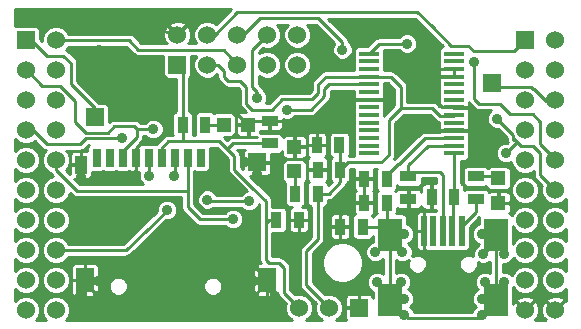
<source format=gtl>
G04 (created by PCBNEW (2013-07-07 BZR 4022)-stable) date 29/12/2013 19:41:28*
%MOIN*%
G04 Gerber Fmt 3.4, Leading zero omitted, Abs format*
%FSLAX34Y34*%
G01*
G70*
G90*
G04 APERTURE LIST*
%ADD10C,0.00590551*%
%ADD11R,0.03X0.06*%
%ADD12R,0.04X0.06*%
%ADD13R,0.06X0.08*%
%ADD14R,0.06X0.06*%
%ADD15R,0.035X0.055*%
%ADD16R,0.055X0.035*%
%ADD17R,0.0472X0.0472*%
%ADD18R,0.065X0.016*%
%ADD19C,0.06*%
%ADD20R,0.02X0.1*%
%ADD21R,0.0787402X0.11*%
%ADD22C,0.035*%
%ADD23C,0.01*%
%ADD24C,0.00984252*%
G04 APERTURE END LIST*
G54D10*
G54D11*
X75832Y-64900D03*
X75399Y-64900D03*
X74966Y-64900D03*
X74533Y-64900D03*
X74100Y-64900D03*
X73666Y-64900D03*
X73233Y-64900D03*
X72800Y-64900D03*
X72367Y-64900D03*
G54D12*
X71837Y-65136D03*
G54D13*
X71974Y-68983D03*
X78037Y-68983D03*
G54D14*
X77714Y-65054D03*
G54D15*
X81275Y-66400D03*
X82025Y-66400D03*
G54D16*
X82750Y-66275D03*
X82750Y-65525D03*
G54D15*
X83525Y-66200D03*
X84275Y-66200D03*
X80475Y-65300D03*
X79725Y-65300D03*
X79700Y-64475D03*
X80450Y-64475D03*
X81275Y-65600D03*
X82025Y-65600D03*
G54D17*
X85750Y-65587D03*
X85750Y-66413D03*
X78950Y-65363D03*
X78950Y-64537D03*
G54D15*
X81225Y-67200D03*
X80475Y-67200D03*
G54D16*
X85000Y-66275D03*
X85000Y-65525D03*
G54D15*
X78975Y-66100D03*
X79725Y-66100D03*
G54D18*
X81433Y-62972D03*
X81433Y-63228D03*
X81433Y-63484D03*
X81433Y-63740D03*
X84267Y-62204D03*
X81433Y-62204D03*
X81433Y-62460D03*
X81433Y-62716D03*
X84267Y-63996D03*
X84267Y-63740D03*
X84267Y-63484D03*
X84267Y-63228D03*
X84267Y-62972D03*
X84267Y-62716D03*
X81433Y-63996D03*
X84267Y-62460D03*
X84267Y-61948D03*
X84267Y-61693D03*
X84267Y-61437D03*
X81433Y-61437D03*
X81433Y-61693D03*
X81433Y-61948D03*
X81433Y-64252D03*
X81433Y-64507D03*
X81433Y-64763D03*
X84267Y-64763D03*
X84267Y-64507D03*
X84267Y-64252D03*
G54D17*
X76587Y-63800D03*
X77413Y-63800D03*
G54D15*
X75225Y-63800D03*
X75975Y-63800D03*
G54D14*
X81100Y-69900D03*
G54D19*
X80100Y-69900D03*
X79100Y-69900D03*
G54D14*
X70000Y-60984D03*
G54D19*
X71000Y-60984D03*
X70000Y-61984D03*
X71000Y-61984D03*
X70000Y-62984D03*
X71000Y-62984D03*
X70000Y-63984D03*
X71000Y-63984D03*
X70000Y-64984D03*
X71000Y-64984D03*
X70000Y-65984D03*
X71000Y-65984D03*
X70000Y-66984D03*
X71000Y-66984D03*
X70000Y-67984D03*
X71000Y-67984D03*
X70000Y-68984D03*
X71000Y-68984D03*
X70000Y-69984D03*
X71000Y-69984D03*
G54D14*
X86650Y-60984D03*
G54D19*
X87650Y-60984D03*
X86650Y-61984D03*
X87650Y-61984D03*
X86650Y-62984D03*
X87650Y-62984D03*
X86650Y-63984D03*
X87650Y-63984D03*
X86650Y-64984D03*
X87650Y-64984D03*
X86650Y-65984D03*
X87650Y-65984D03*
X86650Y-66984D03*
X87650Y-66984D03*
X86650Y-67984D03*
X87650Y-67984D03*
X86650Y-68984D03*
X87650Y-68984D03*
X86650Y-69984D03*
X87650Y-69984D03*
G54D20*
X83270Y-67350D03*
X83585Y-67350D03*
X83900Y-67350D03*
X84214Y-67350D03*
X84529Y-67350D03*
G54D21*
X82128Y-69631D03*
X85671Y-69631D03*
X82128Y-67465D03*
X85671Y-67465D03*
G54D14*
X85550Y-62400D03*
X75050Y-61800D03*
G54D19*
X75050Y-60800D03*
X76050Y-61800D03*
X76050Y-60800D03*
X77050Y-61800D03*
X77050Y-60800D03*
X78050Y-61800D03*
X78050Y-60800D03*
X79050Y-61800D03*
X79050Y-60800D03*
G54D14*
X72300Y-63550D03*
G54D15*
X79100Y-66975D03*
X78350Y-66975D03*
G54D16*
X78125Y-64425D03*
X78125Y-63675D03*
G54D22*
X73200Y-64250D03*
X80550Y-61300D03*
X85700Y-63600D03*
X86000Y-64750D03*
X76900Y-66950D03*
X74250Y-63950D03*
X77700Y-62900D03*
X74950Y-65500D03*
X74100Y-65500D03*
X78700Y-63300D03*
X74700Y-66650D03*
X84950Y-61700D03*
X82700Y-61100D03*
X76050Y-66300D03*
X77450Y-66350D03*
X72400Y-69500D03*
X77600Y-69500D03*
X77600Y-68500D03*
X71850Y-65550D03*
X77300Y-65050D03*
X77700Y-65450D03*
X71800Y-69500D03*
X72400Y-69000D03*
X77600Y-69000D03*
X78300Y-69500D03*
X83875Y-68550D03*
X77100Y-68200D03*
X78400Y-67600D03*
X73150Y-62700D03*
X72500Y-60550D03*
X72450Y-61300D03*
X76150Y-62975D03*
X80450Y-63900D03*
X82700Y-63900D03*
X85200Y-70150D03*
X85200Y-69600D03*
X81700Y-69050D03*
X82500Y-69050D03*
X82600Y-69600D03*
X82600Y-70150D03*
X82600Y-67450D03*
X85200Y-67450D03*
X85250Y-68100D03*
X85950Y-69050D03*
X85300Y-69050D03*
X85950Y-68100D03*
X82550Y-68050D03*
X81650Y-68050D03*
G54D23*
X78000Y-67900D02*
X78000Y-68300D01*
X78000Y-67075D02*
X78000Y-67900D01*
X78600Y-69400D02*
X79100Y-69900D01*
X78600Y-68575D02*
X78600Y-69400D01*
X78425Y-68400D02*
X78600Y-68575D01*
X78100Y-68400D02*
X78425Y-68400D01*
X78000Y-68300D02*
X78100Y-68400D01*
X78125Y-64425D02*
X76900Y-64425D01*
X76900Y-64425D02*
X76712Y-64612D01*
X78350Y-66975D02*
X78100Y-66975D01*
X78100Y-66975D02*
X78000Y-67075D01*
X75225Y-63800D02*
X75225Y-61975D01*
X75225Y-61975D02*
X75050Y-61800D01*
X75225Y-63800D02*
X75225Y-64350D01*
X75225Y-64350D02*
X75250Y-64350D01*
X75025Y-64350D02*
X74750Y-64350D01*
X75050Y-64350D02*
X75250Y-64350D01*
X75025Y-64350D02*
X75050Y-64350D01*
X74750Y-64350D02*
X74533Y-64566D01*
X74533Y-64566D02*
X74533Y-64900D01*
X76950Y-64850D02*
X76950Y-65300D01*
X76950Y-65300D02*
X77550Y-65900D01*
X77550Y-65900D02*
X78000Y-66350D01*
X78000Y-66350D02*
X78000Y-67075D01*
X75250Y-64350D02*
X76450Y-64350D01*
X76450Y-64350D02*
X76712Y-64612D01*
X76712Y-64612D02*
X76950Y-64850D01*
X79725Y-66100D02*
X79725Y-67625D01*
X79350Y-69150D02*
X80100Y-69900D01*
X79350Y-68000D02*
X79350Y-69150D01*
X79725Y-67625D02*
X79350Y-68000D01*
X80475Y-65300D02*
X80475Y-64500D01*
X80475Y-64500D02*
X80450Y-64475D01*
X76050Y-61800D02*
X76400Y-61800D01*
X79750Y-62750D02*
X79750Y-62450D01*
X79750Y-62450D02*
X79996Y-62204D01*
X79996Y-62204D02*
X81433Y-62204D01*
X78000Y-63300D02*
X77850Y-63300D01*
X78200Y-63300D02*
X78000Y-63300D01*
X79550Y-62950D02*
X79750Y-62750D01*
X78550Y-62950D02*
X78200Y-63300D01*
X79050Y-62950D02*
X78550Y-62950D01*
X79050Y-62950D02*
X79550Y-62950D01*
X77550Y-63300D02*
X77850Y-63300D01*
X77350Y-63100D02*
X77550Y-63300D01*
X77350Y-62550D02*
X77350Y-63100D01*
X77150Y-62350D02*
X77350Y-62550D01*
X76750Y-62350D02*
X77150Y-62350D01*
X76600Y-62200D02*
X76750Y-62350D01*
X76600Y-62000D02*
X76600Y-62200D01*
X76400Y-61800D02*
X76600Y-62000D01*
X82500Y-63250D02*
X83550Y-63250D01*
X84251Y-63500D02*
X84267Y-63484D01*
X83800Y-63500D02*
X84251Y-63500D01*
X83700Y-63400D02*
X83800Y-63500D01*
X83550Y-63250D02*
X83700Y-63400D01*
X82500Y-62700D02*
X82500Y-62550D01*
X82500Y-63250D02*
X82500Y-62700D01*
X82154Y-62204D02*
X81433Y-62204D01*
X82500Y-62550D02*
X82154Y-62204D01*
X82100Y-64550D02*
X82100Y-64800D01*
X82100Y-63850D02*
X82100Y-64550D01*
X80725Y-65050D02*
X80475Y-65300D01*
X81850Y-65050D02*
X80725Y-65050D01*
X82100Y-64800D02*
X81850Y-65050D01*
X79725Y-66100D02*
X80100Y-66100D01*
X80475Y-65725D02*
X80475Y-65300D01*
X80100Y-66100D02*
X80475Y-65725D01*
X82100Y-63800D02*
X82100Y-63650D01*
X82100Y-63650D02*
X82500Y-63250D01*
X82500Y-63250D02*
X82516Y-63234D01*
X82484Y-63234D02*
X82516Y-63234D01*
X79975Y-60050D02*
X83050Y-60050D01*
X83525Y-60525D02*
X84175Y-61175D01*
X84175Y-61175D02*
X84750Y-61175D01*
X84750Y-61175D02*
X84925Y-61350D01*
X84925Y-61350D02*
X86284Y-61350D01*
X86284Y-61350D02*
X86650Y-60984D01*
X83050Y-60050D02*
X83525Y-60525D01*
X76300Y-60800D02*
X77050Y-60050D01*
X77050Y-60050D02*
X79975Y-60050D01*
X79975Y-60050D02*
X80000Y-60050D01*
X76050Y-60800D02*
X76300Y-60800D01*
X76300Y-60850D02*
X76050Y-60850D01*
X71000Y-60984D02*
X73434Y-60984D01*
X76600Y-61300D02*
X77050Y-61800D01*
X73750Y-61300D02*
X76600Y-61300D01*
X73434Y-60984D02*
X73750Y-61300D01*
X79300Y-60250D02*
X79750Y-60250D01*
X77250Y-60800D02*
X77800Y-60250D01*
X77800Y-60250D02*
X79300Y-60250D01*
X77050Y-60800D02*
X77250Y-60800D01*
X80550Y-61050D02*
X80550Y-61300D01*
X79750Y-60250D02*
X80550Y-61050D01*
X70234Y-63984D02*
X70700Y-64450D01*
X70700Y-64450D02*
X71800Y-64450D01*
X71800Y-64450D02*
X72000Y-64250D01*
X70000Y-63984D02*
X70234Y-63984D01*
X72000Y-64250D02*
X73200Y-64250D01*
X80451Y-61300D02*
X80550Y-61300D01*
X85700Y-63600D02*
X86250Y-64150D01*
X86250Y-64150D02*
X86250Y-64300D01*
X86350Y-64400D02*
X86350Y-64350D01*
X86375Y-64375D02*
X86350Y-64400D01*
X86000Y-64750D02*
X86375Y-64375D01*
X86300Y-64300D02*
X86250Y-64250D01*
X86250Y-64250D02*
X86350Y-64350D01*
X86350Y-64350D02*
X86500Y-64500D01*
X86900Y-64500D02*
X87150Y-64750D01*
X87150Y-64750D02*
X87150Y-65484D01*
X87150Y-65484D02*
X87650Y-65984D01*
X86500Y-64500D02*
X86900Y-64500D01*
X75399Y-65999D02*
X75399Y-66549D01*
X75800Y-66950D02*
X76900Y-66950D01*
X75399Y-66549D02*
X75800Y-66950D01*
X71000Y-64984D02*
X71000Y-65300D01*
X71699Y-65999D02*
X75399Y-65999D01*
X75399Y-64900D02*
X75399Y-65999D01*
X71000Y-65300D02*
X71699Y-65999D01*
X73800Y-63950D02*
X73700Y-63950D01*
X74250Y-63950D02*
X73800Y-63950D01*
X71650Y-63000D02*
X71650Y-63719D01*
X70000Y-61984D02*
X70034Y-61984D01*
X71150Y-62500D02*
X71650Y-63000D01*
X70550Y-62500D02*
X71150Y-62500D01*
X70034Y-61984D02*
X70550Y-62500D01*
X73600Y-63850D02*
X73700Y-63950D01*
X72950Y-63850D02*
X73600Y-63850D01*
X72730Y-64069D02*
X72950Y-63850D01*
X72000Y-64069D02*
X72730Y-64069D01*
X71650Y-63719D02*
X72000Y-64069D01*
X73233Y-64900D02*
X73233Y-64666D01*
X73700Y-64200D02*
X73700Y-63950D01*
X73233Y-64666D02*
X73700Y-64200D01*
X77700Y-62900D02*
X77700Y-62700D01*
X77550Y-61300D02*
X78050Y-60800D01*
X77550Y-62550D02*
X77550Y-61300D01*
X77700Y-62700D02*
X77550Y-62550D01*
X74966Y-65262D02*
X74950Y-65500D01*
X74966Y-65200D02*
X74966Y-65262D01*
X74966Y-65150D02*
X74966Y-65200D01*
X74966Y-64900D02*
X74966Y-65150D01*
X74100Y-64900D02*
X74100Y-65150D01*
X74100Y-65150D02*
X74100Y-65200D01*
X74100Y-65200D02*
X74100Y-65262D01*
X74100Y-65262D02*
X74100Y-65500D01*
X81433Y-62460D02*
X80090Y-62460D01*
X79200Y-63300D02*
X79500Y-63300D01*
X79200Y-63300D02*
X78700Y-63300D01*
X79500Y-63300D02*
X79950Y-62850D01*
X79950Y-62600D02*
X79950Y-62850D01*
X80090Y-62460D02*
X79950Y-62600D01*
X71000Y-67984D02*
X73334Y-67984D01*
X74700Y-66668D02*
X74700Y-66650D01*
X73334Y-67984D02*
X74700Y-66668D01*
X82700Y-61100D02*
X81770Y-61100D01*
X81770Y-61100D02*
X81433Y-61437D01*
X82700Y-61100D02*
X82613Y-61187D01*
X84950Y-62950D02*
X85100Y-63100D01*
X85800Y-63100D02*
X86150Y-63450D01*
X86150Y-63450D02*
X86900Y-63450D01*
X87650Y-64950D02*
X87650Y-64984D01*
X85700Y-63100D02*
X85100Y-63100D01*
X87150Y-63700D02*
X86900Y-63450D01*
X87150Y-64450D02*
X87150Y-63700D01*
X87650Y-64950D02*
X87150Y-64450D01*
X85700Y-63100D02*
X85800Y-63100D01*
X84950Y-62950D02*
X84950Y-61700D01*
X77450Y-66350D02*
X76100Y-66350D01*
X76100Y-66350D02*
X76050Y-66300D01*
X77450Y-66350D02*
X77400Y-66400D01*
X71974Y-68983D02*
X71974Y-69074D01*
X71974Y-69074D02*
X72400Y-69500D01*
X78037Y-68983D02*
X78037Y-69062D01*
X78037Y-69062D02*
X77600Y-69500D01*
X78037Y-68983D02*
X78037Y-68937D01*
X78037Y-68937D02*
X77600Y-68500D01*
X71837Y-65136D02*
X71837Y-65537D01*
X71837Y-65537D02*
X71850Y-65550D01*
X77714Y-65054D02*
X77304Y-65054D01*
X77304Y-65054D02*
X77300Y-65050D01*
X77714Y-65054D02*
X77714Y-65435D01*
X77714Y-65435D02*
X77700Y-65450D01*
X71974Y-68983D02*
X71974Y-69325D01*
X71974Y-69325D02*
X71800Y-69500D01*
X71974Y-68983D02*
X72383Y-68983D01*
X72383Y-68983D02*
X72400Y-69000D01*
X78037Y-68983D02*
X77616Y-68983D01*
X77616Y-68983D02*
X77600Y-69000D01*
X78037Y-68983D02*
X78037Y-69237D01*
X78037Y-69237D02*
X78300Y-69500D01*
X83270Y-67350D02*
X83270Y-67945D01*
X83270Y-67945D02*
X83875Y-68550D01*
X78125Y-63675D02*
X77538Y-63675D01*
X77538Y-63675D02*
X77413Y-63800D01*
X78400Y-67600D02*
X79050Y-67600D01*
X77100Y-68150D02*
X77100Y-68200D01*
X79100Y-67550D02*
X79100Y-66975D01*
X79050Y-67600D02*
X79100Y-67550D01*
X73666Y-64900D02*
X73666Y-64583D01*
X73666Y-64583D02*
X73850Y-64400D01*
X72650Y-61500D02*
X72450Y-61300D01*
X73150Y-62700D02*
X72650Y-62200D01*
X75050Y-60800D02*
X74050Y-60500D01*
X72550Y-60500D02*
X74050Y-60500D01*
X72500Y-60550D02*
X72550Y-60500D01*
X72650Y-62200D02*
X72650Y-61500D01*
X76813Y-63200D02*
X77413Y-63800D01*
X76375Y-63200D02*
X76813Y-63200D01*
X76150Y-62975D02*
X76375Y-63200D01*
X82700Y-63900D02*
X83500Y-63900D01*
X80978Y-62972D02*
X80450Y-63500D01*
X80450Y-63500D02*
X80450Y-63900D01*
X81433Y-62972D02*
X80978Y-62972D01*
X83596Y-63996D02*
X84267Y-63996D01*
X83500Y-63900D02*
X83596Y-63996D01*
X84267Y-63228D02*
X83878Y-63228D01*
X83878Y-63228D02*
X83600Y-62950D01*
X85671Y-67465D02*
X85671Y-69631D01*
X85671Y-69631D02*
X85400Y-69902D01*
X82747Y-70250D02*
X82128Y-69631D01*
X85100Y-70250D02*
X82747Y-70250D01*
X85400Y-69950D02*
X85100Y-70250D01*
X85400Y-69902D02*
X85400Y-69950D01*
X82128Y-69631D02*
X82128Y-67465D01*
X85671Y-69631D02*
X85671Y-69678D01*
X85671Y-69678D02*
X85200Y-70150D01*
X85671Y-69631D02*
X85231Y-69631D01*
X85231Y-69631D02*
X85200Y-69600D01*
X82128Y-69631D02*
X82128Y-69478D01*
X82128Y-69478D02*
X81700Y-69050D01*
X82128Y-69631D02*
X82128Y-69421D01*
X82128Y-69421D02*
X82500Y-69050D01*
X82128Y-69631D02*
X82568Y-69631D01*
X82568Y-69631D02*
X82600Y-69600D01*
X82128Y-69631D02*
X82128Y-69678D01*
X82128Y-69678D02*
X82600Y-70150D01*
X82128Y-67465D02*
X82584Y-67465D01*
X82584Y-67465D02*
X82600Y-67450D01*
X85671Y-67465D02*
X85215Y-67465D01*
X85215Y-67465D02*
X85200Y-67450D01*
X85671Y-67465D02*
X85671Y-67678D01*
X85671Y-67678D02*
X85250Y-68100D01*
X85671Y-69631D02*
X85671Y-69328D01*
X85671Y-69328D02*
X85950Y-69050D01*
X85671Y-69631D02*
X85671Y-69421D01*
X85671Y-69421D02*
X85300Y-69050D01*
X85671Y-67465D02*
X85671Y-67821D01*
X85671Y-67821D02*
X85950Y-68100D01*
X82128Y-67465D02*
X82128Y-67628D01*
X82128Y-67628D02*
X82550Y-68050D01*
X82128Y-67465D02*
X82128Y-67571D01*
X82128Y-67571D02*
X81650Y-68050D01*
X81225Y-67200D02*
X81862Y-67200D01*
X81862Y-67200D02*
X82128Y-67465D01*
X82025Y-66350D02*
X82025Y-67362D01*
X82025Y-67362D02*
X82128Y-67465D01*
X85550Y-62400D02*
X85700Y-62550D01*
X85700Y-62550D02*
X86850Y-62550D01*
X86850Y-62550D02*
X86900Y-62600D01*
X86900Y-62600D02*
X86950Y-62600D01*
X86950Y-62600D02*
X87350Y-63000D01*
X87350Y-63000D02*
X87650Y-63000D01*
X87650Y-63000D02*
X87650Y-62984D01*
X84529Y-67350D02*
X84529Y-67170D01*
X85000Y-66700D02*
X85000Y-66275D01*
X84529Y-67170D02*
X85000Y-66700D01*
X84275Y-66200D02*
X84275Y-64771D01*
X84275Y-64771D02*
X84267Y-64763D01*
X84225Y-66200D02*
X84225Y-67339D01*
X84225Y-67339D02*
X84214Y-67350D01*
X70000Y-60984D02*
X70184Y-60984D01*
X72300Y-63250D02*
X72300Y-63550D01*
X71500Y-62450D02*
X72300Y-63250D01*
X71500Y-61750D02*
X71500Y-62450D01*
X71250Y-61500D02*
X71500Y-61750D01*
X70700Y-61500D02*
X71250Y-61500D01*
X70184Y-60984D02*
X70700Y-61500D01*
X82450Y-65100D02*
X82400Y-65100D01*
X83298Y-64252D02*
X82450Y-65100D01*
X84267Y-64252D02*
X83298Y-64252D01*
X82025Y-65475D02*
X82025Y-65600D01*
X82400Y-65100D02*
X82025Y-65475D01*
X78975Y-66100D02*
X78975Y-65388D01*
X78975Y-65388D02*
X78950Y-65363D01*
X82750Y-65525D02*
X82750Y-65150D01*
X83393Y-64507D02*
X84267Y-64507D01*
X82750Y-65150D02*
X83393Y-64507D01*
X82525Y-65375D02*
X83800Y-65375D01*
X83900Y-67350D02*
X83900Y-65475D01*
X83900Y-65475D02*
X83800Y-65375D01*
X76587Y-63800D02*
X75975Y-63800D01*
X85688Y-65525D02*
X85750Y-65587D01*
X85000Y-65525D02*
X85688Y-65525D01*
G54D10*
G36*
X73897Y-65781D02*
X71789Y-65781D01*
X71610Y-65603D01*
X71670Y-65603D01*
X71786Y-65603D01*
X71827Y-65561D01*
X71827Y-65146D01*
X71827Y-65126D01*
X71827Y-64710D01*
X71786Y-64668D01*
X71670Y-64668D01*
X71604Y-64668D01*
X71542Y-64694D01*
X71495Y-64741D01*
X71470Y-64803D01*
X71470Y-65084D01*
X71512Y-65126D01*
X71827Y-65126D01*
X71827Y-65146D01*
X71512Y-65146D01*
X71470Y-65187D01*
X71470Y-65463D01*
X71326Y-65318D01*
X71395Y-65249D01*
X71467Y-65077D01*
X71467Y-64891D01*
X71396Y-64719D01*
X71344Y-64667D01*
X71800Y-64667D01*
X71883Y-64650D01*
X71883Y-64650D01*
X71953Y-64603D01*
X72090Y-64467D01*
X72113Y-64467D01*
X72075Y-64505D01*
X72050Y-64566D01*
X72050Y-64633D01*
X72050Y-64668D01*
X72004Y-64668D01*
X71889Y-64668D01*
X71847Y-64710D01*
X71847Y-65126D01*
X71855Y-65126D01*
X71855Y-65146D01*
X71847Y-65146D01*
X71847Y-65561D01*
X71889Y-65603D01*
X72004Y-65603D01*
X72071Y-65603D01*
X72132Y-65577D01*
X72179Y-65530D01*
X72205Y-65469D01*
X72205Y-65367D01*
X72250Y-65367D01*
X72550Y-65367D01*
X72584Y-65353D01*
X72617Y-65367D01*
X72683Y-65367D01*
X72983Y-65367D01*
X73017Y-65353D01*
X73050Y-65367D01*
X73116Y-65367D01*
X73416Y-65367D01*
X73450Y-65353D01*
X73483Y-65367D01*
X73550Y-65367D01*
X73615Y-65367D01*
X73657Y-65325D01*
X73657Y-64909D01*
X73649Y-64909D01*
X73649Y-64890D01*
X73657Y-64890D01*
X73657Y-64882D01*
X73676Y-64882D01*
X73676Y-64890D01*
X73684Y-64890D01*
X73684Y-64909D01*
X73676Y-64909D01*
X73676Y-65325D01*
X73718Y-65367D01*
X73783Y-65367D01*
X73784Y-65367D01*
X73757Y-65431D01*
X73757Y-65567D01*
X73809Y-65693D01*
X73897Y-65781D01*
X73897Y-65781D01*
G37*
G54D24*
X73897Y-65781D02*
X71789Y-65781D01*
X71610Y-65603D01*
X71670Y-65603D01*
X71786Y-65603D01*
X71827Y-65561D01*
X71827Y-65146D01*
X71827Y-65126D01*
X71827Y-64710D01*
X71786Y-64668D01*
X71670Y-64668D01*
X71604Y-64668D01*
X71542Y-64694D01*
X71495Y-64741D01*
X71470Y-64803D01*
X71470Y-65084D01*
X71512Y-65126D01*
X71827Y-65126D01*
X71827Y-65146D01*
X71512Y-65146D01*
X71470Y-65187D01*
X71470Y-65463D01*
X71326Y-65318D01*
X71395Y-65249D01*
X71467Y-65077D01*
X71467Y-64891D01*
X71396Y-64719D01*
X71344Y-64667D01*
X71800Y-64667D01*
X71883Y-64650D01*
X71883Y-64650D01*
X71953Y-64603D01*
X72090Y-64467D01*
X72113Y-64467D01*
X72075Y-64505D01*
X72050Y-64566D01*
X72050Y-64633D01*
X72050Y-64668D01*
X72004Y-64668D01*
X71889Y-64668D01*
X71847Y-64710D01*
X71847Y-65126D01*
X71855Y-65126D01*
X71855Y-65146D01*
X71847Y-65146D01*
X71847Y-65561D01*
X71889Y-65603D01*
X72004Y-65603D01*
X72071Y-65603D01*
X72132Y-65577D01*
X72179Y-65530D01*
X72205Y-65469D01*
X72205Y-65367D01*
X72250Y-65367D01*
X72550Y-65367D01*
X72584Y-65353D01*
X72617Y-65367D01*
X72683Y-65367D01*
X72983Y-65367D01*
X73017Y-65353D01*
X73050Y-65367D01*
X73116Y-65367D01*
X73416Y-65367D01*
X73450Y-65353D01*
X73483Y-65367D01*
X73550Y-65367D01*
X73615Y-65367D01*
X73657Y-65325D01*
X73657Y-64909D01*
X73649Y-64909D01*
X73649Y-64890D01*
X73657Y-64890D01*
X73657Y-64882D01*
X73676Y-64882D01*
X73676Y-64890D01*
X73684Y-64890D01*
X73684Y-64909D01*
X73676Y-64909D01*
X73676Y-65325D01*
X73718Y-65367D01*
X73783Y-65367D01*
X73784Y-65367D01*
X73757Y-65431D01*
X73757Y-65567D01*
X73809Y-65693D01*
X73897Y-65781D01*
G54D10*
G36*
X75007Y-63361D02*
X74955Y-63383D01*
X74908Y-63430D01*
X74882Y-63491D01*
X74882Y-63558D01*
X74882Y-64108D01*
X74892Y-64132D01*
X74750Y-64132D01*
X74666Y-64149D01*
X74596Y-64196D01*
X74596Y-64196D01*
X74379Y-64413D01*
X74366Y-64432D01*
X74349Y-64432D01*
X74316Y-64446D01*
X74283Y-64432D01*
X74216Y-64432D01*
X73916Y-64432D01*
X73883Y-64446D01*
X73850Y-64432D01*
X73783Y-64432D01*
X73774Y-64432D01*
X73853Y-64353D01*
X73853Y-64353D01*
X73853Y-64353D01*
X73900Y-64283D01*
X73900Y-64283D01*
X73917Y-64200D01*
X73917Y-64200D01*
X73917Y-64167D01*
X73983Y-64167D01*
X74055Y-64240D01*
X74181Y-64292D01*
X74317Y-64292D01*
X74443Y-64240D01*
X74540Y-64144D01*
X74592Y-64018D01*
X74592Y-63882D01*
X74540Y-63756D01*
X74444Y-63659D01*
X74318Y-63607D01*
X74182Y-63607D01*
X74056Y-63659D01*
X73983Y-63732D01*
X73800Y-63732D01*
X73790Y-63732D01*
X73753Y-63696D01*
X73683Y-63649D01*
X73600Y-63632D01*
X72950Y-63632D01*
X72949Y-63632D01*
X72933Y-63635D01*
X72866Y-63649D01*
X72796Y-63696D01*
X72796Y-63696D01*
X72767Y-63725D01*
X72767Y-63216D01*
X72741Y-63155D01*
X72694Y-63108D01*
X72633Y-63082D01*
X72566Y-63082D01*
X72439Y-63082D01*
X71717Y-62359D01*
X71717Y-61750D01*
X71700Y-61666D01*
X71700Y-61666D01*
X71653Y-61596D01*
X71403Y-61346D01*
X71340Y-61304D01*
X71340Y-61304D01*
X71395Y-61249D01*
X71415Y-61201D01*
X73343Y-61201D01*
X73596Y-61453D01*
X73666Y-61500D01*
X73666Y-61500D01*
X73750Y-61517D01*
X74582Y-61517D01*
X74582Y-61533D01*
X74582Y-62133D01*
X74608Y-62194D01*
X74655Y-62241D01*
X74716Y-62267D01*
X74783Y-62267D01*
X75007Y-62267D01*
X75007Y-63361D01*
X75007Y-63361D01*
G37*
G54D24*
X75007Y-63361D02*
X74955Y-63383D01*
X74908Y-63430D01*
X74882Y-63491D01*
X74882Y-63558D01*
X74882Y-64108D01*
X74892Y-64132D01*
X74750Y-64132D01*
X74666Y-64149D01*
X74596Y-64196D01*
X74596Y-64196D01*
X74379Y-64413D01*
X74366Y-64432D01*
X74349Y-64432D01*
X74316Y-64446D01*
X74283Y-64432D01*
X74216Y-64432D01*
X73916Y-64432D01*
X73883Y-64446D01*
X73850Y-64432D01*
X73783Y-64432D01*
X73774Y-64432D01*
X73853Y-64353D01*
X73853Y-64353D01*
X73853Y-64353D01*
X73900Y-64283D01*
X73900Y-64283D01*
X73917Y-64200D01*
X73917Y-64200D01*
X73917Y-64167D01*
X73983Y-64167D01*
X74055Y-64240D01*
X74181Y-64292D01*
X74317Y-64292D01*
X74443Y-64240D01*
X74540Y-64144D01*
X74592Y-64018D01*
X74592Y-63882D01*
X74540Y-63756D01*
X74444Y-63659D01*
X74318Y-63607D01*
X74182Y-63607D01*
X74056Y-63659D01*
X73983Y-63732D01*
X73800Y-63732D01*
X73790Y-63732D01*
X73753Y-63696D01*
X73683Y-63649D01*
X73600Y-63632D01*
X72950Y-63632D01*
X72949Y-63632D01*
X72933Y-63635D01*
X72866Y-63649D01*
X72796Y-63696D01*
X72796Y-63696D01*
X72767Y-63725D01*
X72767Y-63216D01*
X72741Y-63155D01*
X72694Y-63108D01*
X72633Y-63082D01*
X72566Y-63082D01*
X72439Y-63082D01*
X71717Y-62359D01*
X71717Y-61750D01*
X71700Y-61666D01*
X71700Y-61666D01*
X71653Y-61596D01*
X71403Y-61346D01*
X71340Y-61304D01*
X71340Y-61304D01*
X71395Y-61249D01*
X71415Y-61201D01*
X73343Y-61201D01*
X73596Y-61453D01*
X73666Y-61500D01*
X73666Y-61500D01*
X73750Y-61517D01*
X74582Y-61517D01*
X74582Y-61533D01*
X74582Y-62133D01*
X74608Y-62194D01*
X74655Y-62241D01*
X74716Y-62267D01*
X74783Y-62267D01*
X75007Y-62267D01*
X75007Y-63361D01*
G54D10*
G36*
X76845Y-59946D02*
X76351Y-60440D01*
X76315Y-60404D01*
X76143Y-60332D01*
X75957Y-60332D01*
X75785Y-60403D01*
X75654Y-60534D01*
X75582Y-60706D01*
X75582Y-60892D01*
X75653Y-61064D01*
X75671Y-61082D01*
X75412Y-61082D01*
X75441Y-61072D01*
X75515Y-60901D01*
X75518Y-60715D01*
X75451Y-60542D01*
X75441Y-60527D01*
X75364Y-60499D01*
X75350Y-60513D01*
X75350Y-60485D01*
X75322Y-60408D01*
X75151Y-60334D01*
X74965Y-60331D01*
X74792Y-60398D01*
X74777Y-60408D01*
X74749Y-60485D01*
X75050Y-60786D01*
X75350Y-60485D01*
X75350Y-60513D01*
X75063Y-60800D01*
X75069Y-60805D01*
X75055Y-60819D01*
X75050Y-60813D01*
X75044Y-60819D01*
X75030Y-60805D01*
X75036Y-60800D01*
X74735Y-60499D01*
X74658Y-60527D01*
X74584Y-60698D01*
X74581Y-60884D01*
X74648Y-61057D01*
X74658Y-61072D01*
X74687Y-61082D01*
X73840Y-61082D01*
X73587Y-60830D01*
X73517Y-60783D01*
X73434Y-60766D01*
X71415Y-60766D01*
X71396Y-60719D01*
X71265Y-60588D01*
X71093Y-60516D01*
X70907Y-60516D01*
X70735Y-60587D01*
X70604Y-60718D01*
X70532Y-60890D01*
X70532Y-61025D01*
X70467Y-60960D01*
X70467Y-60650D01*
X70441Y-60589D01*
X70394Y-60542D01*
X70333Y-60516D01*
X70266Y-60516D01*
X69666Y-60516D01*
X69646Y-60524D01*
X69646Y-59946D01*
X76845Y-59946D01*
X76845Y-59946D01*
G37*
G54D24*
X76845Y-59946D02*
X76351Y-60440D01*
X76315Y-60404D01*
X76143Y-60332D01*
X75957Y-60332D01*
X75785Y-60403D01*
X75654Y-60534D01*
X75582Y-60706D01*
X75582Y-60892D01*
X75653Y-61064D01*
X75671Y-61082D01*
X75412Y-61082D01*
X75441Y-61072D01*
X75515Y-60901D01*
X75518Y-60715D01*
X75451Y-60542D01*
X75441Y-60527D01*
X75364Y-60499D01*
X75350Y-60513D01*
X75350Y-60485D01*
X75322Y-60408D01*
X75151Y-60334D01*
X74965Y-60331D01*
X74792Y-60398D01*
X74777Y-60408D01*
X74749Y-60485D01*
X75050Y-60786D01*
X75350Y-60485D01*
X75350Y-60513D01*
X75063Y-60800D01*
X75069Y-60805D01*
X75055Y-60819D01*
X75050Y-60813D01*
X75044Y-60819D01*
X75030Y-60805D01*
X75036Y-60800D01*
X74735Y-60499D01*
X74658Y-60527D01*
X74584Y-60698D01*
X74581Y-60884D01*
X74648Y-61057D01*
X74658Y-61072D01*
X74687Y-61082D01*
X73840Y-61082D01*
X73587Y-60830D01*
X73517Y-60783D01*
X73434Y-60766D01*
X71415Y-60766D01*
X71396Y-60719D01*
X71265Y-60588D01*
X71093Y-60516D01*
X70907Y-60516D01*
X70735Y-60587D01*
X70604Y-60718D01*
X70532Y-60890D01*
X70532Y-61025D01*
X70467Y-60960D01*
X70467Y-60650D01*
X70441Y-60589D01*
X70394Y-60542D01*
X70333Y-60516D01*
X70266Y-60516D01*
X69666Y-60516D01*
X69646Y-60524D01*
X69646Y-59946D01*
X76845Y-59946D01*
G54D10*
G36*
X77689Y-64200D02*
X77686Y-64207D01*
X77403Y-64207D01*
X77403Y-64161D01*
X77403Y-63809D01*
X77051Y-63809D01*
X77009Y-63851D01*
X77009Y-64002D01*
X77009Y-64069D01*
X77035Y-64130D01*
X77082Y-64177D01*
X77143Y-64203D01*
X77361Y-64203D01*
X77403Y-64161D01*
X77403Y-64207D01*
X76900Y-64207D01*
X76816Y-64224D01*
X76746Y-64271D01*
X76712Y-64305D01*
X76610Y-64203D01*
X76856Y-64203D01*
X76917Y-64177D01*
X76964Y-64130D01*
X76990Y-64069D01*
X76990Y-64002D01*
X76990Y-63530D01*
X76964Y-63469D01*
X76917Y-63422D01*
X76856Y-63396D01*
X76789Y-63396D01*
X76317Y-63396D01*
X76275Y-63414D01*
X76244Y-63383D01*
X76183Y-63357D01*
X76116Y-63357D01*
X75766Y-63357D01*
X75705Y-63383D01*
X75658Y-63430D01*
X75632Y-63491D01*
X75632Y-63558D01*
X75632Y-64108D01*
X75642Y-64132D01*
X75557Y-64132D01*
X75567Y-64108D01*
X75567Y-64041D01*
X75567Y-63491D01*
X75541Y-63430D01*
X75494Y-63383D01*
X75442Y-63361D01*
X75442Y-62242D01*
X75444Y-62241D01*
X75491Y-62194D01*
X75517Y-62133D01*
X75517Y-62066D01*
X75517Y-61517D01*
X75671Y-61517D01*
X75654Y-61534D01*
X75582Y-61706D01*
X75582Y-61892D01*
X75653Y-62064D01*
X75784Y-62195D01*
X75956Y-62267D01*
X76142Y-62267D01*
X76314Y-62196D01*
X76382Y-62128D01*
X76382Y-62200D01*
X76399Y-62283D01*
X76446Y-62353D01*
X76596Y-62503D01*
X76666Y-62550D01*
X76666Y-62550D01*
X76750Y-62567D01*
X77059Y-62567D01*
X77132Y-62640D01*
X77132Y-63100D01*
X77149Y-63183D01*
X77196Y-63253D01*
X77339Y-63396D01*
X77143Y-63396D01*
X77082Y-63422D01*
X77035Y-63469D01*
X77009Y-63530D01*
X77009Y-63597D01*
X77009Y-63748D01*
X77051Y-63790D01*
X77403Y-63790D01*
X77403Y-63782D01*
X77422Y-63782D01*
X77422Y-63790D01*
X77430Y-63790D01*
X77430Y-63809D01*
X77422Y-63809D01*
X77422Y-64161D01*
X77464Y-64203D01*
X77682Y-64203D01*
X77689Y-64200D01*
X77689Y-64200D01*
G37*
G54D24*
X77689Y-64200D02*
X77686Y-64207D01*
X77403Y-64207D01*
X77403Y-64161D01*
X77403Y-63809D01*
X77051Y-63809D01*
X77009Y-63851D01*
X77009Y-64002D01*
X77009Y-64069D01*
X77035Y-64130D01*
X77082Y-64177D01*
X77143Y-64203D01*
X77361Y-64203D01*
X77403Y-64161D01*
X77403Y-64207D01*
X76900Y-64207D01*
X76816Y-64224D01*
X76746Y-64271D01*
X76712Y-64305D01*
X76610Y-64203D01*
X76856Y-64203D01*
X76917Y-64177D01*
X76964Y-64130D01*
X76990Y-64069D01*
X76990Y-64002D01*
X76990Y-63530D01*
X76964Y-63469D01*
X76917Y-63422D01*
X76856Y-63396D01*
X76789Y-63396D01*
X76317Y-63396D01*
X76275Y-63414D01*
X76244Y-63383D01*
X76183Y-63357D01*
X76116Y-63357D01*
X75766Y-63357D01*
X75705Y-63383D01*
X75658Y-63430D01*
X75632Y-63491D01*
X75632Y-63558D01*
X75632Y-64108D01*
X75642Y-64132D01*
X75557Y-64132D01*
X75567Y-64108D01*
X75567Y-64041D01*
X75567Y-63491D01*
X75541Y-63430D01*
X75494Y-63383D01*
X75442Y-63361D01*
X75442Y-62242D01*
X75444Y-62241D01*
X75491Y-62194D01*
X75517Y-62133D01*
X75517Y-62066D01*
X75517Y-61517D01*
X75671Y-61517D01*
X75654Y-61534D01*
X75582Y-61706D01*
X75582Y-61892D01*
X75653Y-62064D01*
X75784Y-62195D01*
X75956Y-62267D01*
X76142Y-62267D01*
X76314Y-62196D01*
X76382Y-62128D01*
X76382Y-62200D01*
X76399Y-62283D01*
X76446Y-62353D01*
X76596Y-62503D01*
X76666Y-62550D01*
X76666Y-62550D01*
X76750Y-62567D01*
X77059Y-62567D01*
X77132Y-62640D01*
X77132Y-63100D01*
X77149Y-63183D01*
X77196Y-63253D01*
X77339Y-63396D01*
X77143Y-63396D01*
X77082Y-63422D01*
X77035Y-63469D01*
X77009Y-63530D01*
X77009Y-63597D01*
X77009Y-63748D01*
X77051Y-63790D01*
X77403Y-63790D01*
X77403Y-63782D01*
X77422Y-63782D01*
X77422Y-63790D01*
X77430Y-63790D01*
X77430Y-63809D01*
X77422Y-63809D01*
X77422Y-64161D01*
X77464Y-64203D01*
X77682Y-64203D01*
X77689Y-64200D01*
G54D10*
G36*
X78852Y-70303D02*
X78027Y-70303D01*
X78027Y-69509D01*
X78027Y-68993D01*
X77611Y-68993D01*
X77569Y-69035D01*
X77569Y-69416D01*
X77595Y-69478D01*
X77642Y-69525D01*
X77703Y-69551D01*
X77770Y-69551D01*
X77985Y-69551D01*
X78027Y-69509D01*
X78027Y-70303D01*
X76543Y-70303D01*
X76543Y-69128D01*
X76495Y-69011D01*
X76405Y-68922D01*
X76289Y-68874D01*
X76163Y-68873D01*
X76046Y-68922D01*
X75957Y-69011D01*
X75908Y-69127D01*
X75908Y-69254D01*
X75956Y-69370D01*
X76046Y-69460D01*
X76162Y-69508D01*
X76288Y-69508D01*
X76405Y-69460D01*
X76494Y-69371D01*
X76543Y-69254D01*
X76543Y-69128D01*
X76543Y-70303D01*
X75042Y-70303D01*
X75042Y-66582D01*
X74990Y-66456D01*
X74894Y-66359D01*
X74768Y-66307D01*
X74632Y-66307D01*
X74506Y-66359D01*
X74409Y-66455D01*
X74357Y-66581D01*
X74357Y-66697D01*
X73246Y-67766D01*
X71467Y-67766D01*
X71467Y-66891D01*
X71396Y-66719D01*
X71265Y-66588D01*
X71093Y-66516D01*
X70907Y-66516D01*
X70735Y-66587D01*
X70604Y-66718D01*
X70532Y-66890D01*
X70532Y-67076D01*
X70603Y-67248D01*
X70734Y-67379D01*
X70906Y-67451D01*
X71092Y-67451D01*
X71264Y-67380D01*
X71395Y-67249D01*
X71467Y-67077D01*
X71467Y-66891D01*
X71467Y-67766D01*
X71415Y-67766D01*
X71396Y-67719D01*
X71265Y-67588D01*
X71093Y-67516D01*
X70907Y-67516D01*
X70735Y-67587D01*
X70604Y-67718D01*
X70532Y-67890D01*
X70532Y-68076D01*
X70603Y-68248D01*
X70734Y-68379D01*
X70906Y-68451D01*
X71092Y-68451D01*
X71264Y-68380D01*
X71395Y-68249D01*
X71415Y-68201D01*
X73334Y-68201D01*
X73373Y-68193D01*
X73413Y-68186D01*
X73415Y-68185D01*
X73417Y-68184D01*
X73450Y-68162D01*
X73484Y-68140D01*
X74677Y-66992D01*
X74767Y-66992D01*
X74893Y-66940D01*
X74990Y-66844D01*
X75042Y-66718D01*
X75042Y-66582D01*
X75042Y-70303D01*
X73393Y-70303D01*
X73393Y-69128D01*
X73345Y-69011D01*
X73256Y-68922D01*
X73139Y-68874D01*
X73013Y-68873D01*
X72896Y-68922D01*
X72807Y-69011D01*
X72759Y-69127D01*
X72759Y-69254D01*
X72807Y-69370D01*
X72896Y-69460D01*
X73012Y-69508D01*
X73139Y-69508D01*
X73255Y-69460D01*
X73345Y-69371D01*
X73393Y-69254D01*
X73393Y-69128D01*
X73393Y-70303D01*
X72441Y-70303D01*
X72441Y-69416D01*
X72441Y-68550D01*
X72415Y-68489D01*
X72368Y-68442D01*
X72307Y-68416D01*
X72240Y-68416D01*
X72025Y-68416D01*
X71983Y-68458D01*
X71983Y-68974D01*
X72399Y-68974D01*
X72441Y-68932D01*
X72441Y-68550D01*
X72441Y-69416D01*
X72441Y-69035D01*
X72399Y-68993D01*
X71983Y-68993D01*
X71983Y-69509D01*
X72025Y-69551D01*
X72240Y-69551D01*
X72307Y-69551D01*
X72368Y-69525D01*
X72415Y-69478D01*
X72441Y-69416D01*
X72441Y-70303D01*
X71964Y-70303D01*
X71964Y-69509D01*
X71964Y-68993D01*
X71964Y-68974D01*
X71964Y-68458D01*
X71922Y-68416D01*
X71707Y-68416D01*
X71640Y-68416D01*
X71579Y-68442D01*
X71532Y-68489D01*
X71506Y-68550D01*
X71506Y-68932D01*
X71548Y-68974D01*
X71964Y-68974D01*
X71964Y-68993D01*
X71548Y-68993D01*
X71506Y-69035D01*
X71506Y-69416D01*
X71532Y-69478D01*
X71579Y-69525D01*
X71640Y-69551D01*
X71707Y-69551D01*
X71922Y-69551D01*
X71964Y-69509D01*
X71964Y-70303D01*
X71341Y-70303D01*
X71395Y-70249D01*
X71467Y-70077D01*
X71467Y-69891D01*
X71467Y-68891D01*
X71396Y-68719D01*
X71265Y-68588D01*
X71093Y-68516D01*
X70907Y-68516D01*
X70735Y-68587D01*
X70604Y-68718D01*
X70532Y-68890D01*
X70532Y-69076D01*
X70603Y-69248D01*
X70734Y-69379D01*
X70906Y-69451D01*
X71092Y-69451D01*
X71264Y-69380D01*
X71395Y-69249D01*
X71467Y-69077D01*
X71467Y-68891D01*
X71467Y-69891D01*
X71396Y-69719D01*
X71265Y-69588D01*
X71093Y-69516D01*
X70907Y-69516D01*
X70735Y-69587D01*
X70604Y-69718D01*
X70532Y-69890D01*
X70532Y-70076D01*
X70603Y-70248D01*
X70658Y-70303D01*
X70341Y-70303D01*
X70395Y-70249D01*
X70467Y-70077D01*
X70467Y-69891D01*
X70396Y-69719D01*
X70265Y-69588D01*
X70093Y-69516D01*
X69907Y-69516D01*
X69735Y-69587D01*
X69646Y-69676D01*
X69646Y-69291D01*
X69734Y-69379D01*
X69906Y-69451D01*
X70092Y-69451D01*
X70264Y-69380D01*
X70395Y-69249D01*
X70467Y-69077D01*
X70467Y-68891D01*
X70396Y-68719D01*
X70265Y-68588D01*
X70093Y-68516D01*
X69907Y-68516D01*
X69735Y-68587D01*
X69646Y-68676D01*
X69646Y-68291D01*
X69734Y-68379D01*
X69906Y-68451D01*
X70092Y-68451D01*
X70264Y-68380D01*
X70395Y-68249D01*
X70467Y-68077D01*
X70467Y-67891D01*
X70396Y-67719D01*
X70265Y-67588D01*
X70093Y-67516D01*
X69907Y-67516D01*
X69735Y-67587D01*
X69646Y-67676D01*
X69646Y-67291D01*
X69734Y-67379D01*
X69906Y-67451D01*
X70092Y-67451D01*
X70264Y-67380D01*
X70395Y-67249D01*
X70467Y-67077D01*
X70467Y-66891D01*
X70396Y-66719D01*
X70265Y-66588D01*
X70093Y-66516D01*
X69907Y-66516D01*
X69735Y-66587D01*
X69646Y-66676D01*
X69646Y-66291D01*
X69734Y-66379D01*
X69906Y-66451D01*
X70092Y-66451D01*
X70264Y-66380D01*
X70395Y-66249D01*
X70467Y-66077D01*
X70467Y-65891D01*
X70396Y-65719D01*
X70265Y-65588D01*
X70093Y-65516D01*
X69907Y-65516D01*
X69735Y-65587D01*
X69646Y-65676D01*
X69646Y-65291D01*
X69734Y-65379D01*
X69906Y-65451D01*
X70092Y-65451D01*
X70264Y-65380D01*
X70395Y-65249D01*
X70467Y-65077D01*
X70467Y-64891D01*
X70396Y-64719D01*
X70265Y-64588D01*
X70093Y-64516D01*
X69907Y-64516D01*
X69735Y-64587D01*
X69646Y-64676D01*
X69646Y-64291D01*
X69734Y-64379D01*
X69906Y-64451D01*
X70092Y-64451D01*
X70264Y-64380D01*
X70293Y-64351D01*
X70546Y-64603D01*
X70546Y-64603D01*
X70616Y-64650D01*
X70616Y-64650D01*
X70663Y-64659D01*
X70604Y-64718D01*
X70532Y-64890D01*
X70532Y-65076D01*
X70603Y-65248D01*
X70734Y-65379D01*
X70820Y-65415D01*
X70846Y-65453D01*
X70909Y-65516D01*
X70907Y-65516D01*
X70735Y-65587D01*
X70604Y-65718D01*
X70532Y-65890D01*
X70532Y-66076D01*
X70603Y-66248D01*
X70734Y-66379D01*
X70906Y-66451D01*
X71092Y-66451D01*
X71264Y-66380D01*
X71395Y-66249D01*
X71467Y-66077D01*
X71467Y-66074D01*
X71545Y-66152D01*
X71616Y-66199D01*
X71616Y-66199D01*
X71699Y-66216D01*
X75181Y-66216D01*
X75181Y-66549D01*
X75198Y-66632D01*
X75245Y-66702D01*
X75646Y-67103D01*
X75716Y-67150D01*
X75716Y-67150D01*
X75800Y-67167D01*
X76633Y-67167D01*
X76705Y-67240D01*
X76831Y-67292D01*
X76967Y-67292D01*
X77093Y-67240D01*
X77190Y-67144D01*
X77242Y-67018D01*
X77242Y-66882D01*
X77190Y-66756D01*
X77094Y-66659D01*
X76968Y-66607D01*
X76832Y-66607D01*
X76706Y-66659D01*
X76633Y-66732D01*
X75890Y-66732D01*
X75616Y-66459D01*
X75616Y-65999D01*
X75616Y-65353D01*
X75648Y-65367D01*
X75715Y-65367D01*
X76015Y-65367D01*
X76076Y-65341D01*
X76124Y-65294D01*
X76149Y-65233D01*
X76149Y-65166D01*
X76149Y-64567D01*
X76359Y-64567D01*
X76558Y-64766D01*
X76558Y-64766D01*
X76732Y-64940D01*
X76732Y-65300D01*
X76749Y-65383D01*
X76796Y-65453D01*
X77359Y-66016D01*
X77256Y-66059D01*
X77183Y-66132D01*
X76351Y-66132D01*
X76340Y-66106D01*
X76244Y-66009D01*
X76118Y-65957D01*
X75982Y-65957D01*
X75856Y-66009D01*
X75759Y-66105D01*
X75707Y-66231D01*
X75707Y-66367D01*
X75759Y-66493D01*
X75855Y-66590D01*
X75981Y-66642D01*
X76117Y-66642D01*
X76243Y-66590D01*
X76266Y-66567D01*
X77183Y-66567D01*
X77255Y-66640D01*
X77381Y-66692D01*
X77517Y-66692D01*
X77643Y-66640D01*
X77740Y-66544D01*
X77782Y-66441D01*
X77782Y-67075D01*
X77782Y-67900D01*
X77782Y-68300D01*
X77799Y-68383D01*
X77821Y-68416D01*
X77770Y-68416D01*
X77703Y-68416D01*
X77642Y-68442D01*
X77595Y-68489D01*
X77569Y-68550D01*
X77569Y-68932D01*
X77611Y-68974D01*
X78027Y-68974D01*
X78027Y-68966D01*
X78046Y-68966D01*
X78046Y-68974D01*
X78054Y-68974D01*
X78054Y-68993D01*
X78046Y-68993D01*
X78046Y-69509D01*
X78088Y-69551D01*
X78303Y-69551D01*
X78370Y-69551D01*
X78428Y-69527D01*
X78446Y-69553D01*
X78652Y-69759D01*
X78632Y-69806D01*
X78632Y-69992D01*
X78703Y-70164D01*
X78834Y-70295D01*
X78852Y-70303D01*
X78852Y-70303D01*
G37*
G54D24*
X78852Y-70303D02*
X78027Y-70303D01*
X78027Y-69509D01*
X78027Y-68993D01*
X77611Y-68993D01*
X77569Y-69035D01*
X77569Y-69416D01*
X77595Y-69478D01*
X77642Y-69525D01*
X77703Y-69551D01*
X77770Y-69551D01*
X77985Y-69551D01*
X78027Y-69509D01*
X78027Y-70303D01*
X76543Y-70303D01*
X76543Y-69128D01*
X76495Y-69011D01*
X76405Y-68922D01*
X76289Y-68874D01*
X76163Y-68873D01*
X76046Y-68922D01*
X75957Y-69011D01*
X75908Y-69127D01*
X75908Y-69254D01*
X75956Y-69370D01*
X76046Y-69460D01*
X76162Y-69508D01*
X76288Y-69508D01*
X76405Y-69460D01*
X76494Y-69371D01*
X76543Y-69254D01*
X76543Y-69128D01*
X76543Y-70303D01*
X75042Y-70303D01*
X75042Y-66582D01*
X74990Y-66456D01*
X74894Y-66359D01*
X74768Y-66307D01*
X74632Y-66307D01*
X74506Y-66359D01*
X74409Y-66455D01*
X74357Y-66581D01*
X74357Y-66697D01*
X73246Y-67766D01*
X71467Y-67766D01*
X71467Y-66891D01*
X71396Y-66719D01*
X71265Y-66588D01*
X71093Y-66516D01*
X70907Y-66516D01*
X70735Y-66587D01*
X70604Y-66718D01*
X70532Y-66890D01*
X70532Y-67076D01*
X70603Y-67248D01*
X70734Y-67379D01*
X70906Y-67451D01*
X71092Y-67451D01*
X71264Y-67380D01*
X71395Y-67249D01*
X71467Y-67077D01*
X71467Y-66891D01*
X71467Y-67766D01*
X71415Y-67766D01*
X71396Y-67719D01*
X71265Y-67588D01*
X71093Y-67516D01*
X70907Y-67516D01*
X70735Y-67587D01*
X70604Y-67718D01*
X70532Y-67890D01*
X70532Y-68076D01*
X70603Y-68248D01*
X70734Y-68379D01*
X70906Y-68451D01*
X71092Y-68451D01*
X71264Y-68380D01*
X71395Y-68249D01*
X71415Y-68201D01*
X73334Y-68201D01*
X73373Y-68193D01*
X73413Y-68186D01*
X73415Y-68185D01*
X73417Y-68184D01*
X73450Y-68162D01*
X73484Y-68140D01*
X74677Y-66992D01*
X74767Y-66992D01*
X74893Y-66940D01*
X74990Y-66844D01*
X75042Y-66718D01*
X75042Y-66582D01*
X75042Y-70303D01*
X73393Y-70303D01*
X73393Y-69128D01*
X73345Y-69011D01*
X73256Y-68922D01*
X73139Y-68874D01*
X73013Y-68873D01*
X72896Y-68922D01*
X72807Y-69011D01*
X72759Y-69127D01*
X72759Y-69254D01*
X72807Y-69370D01*
X72896Y-69460D01*
X73012Y-69508D01*
X73139Y-69508D01*
X73255Y-69460D01*
X73345Y-69371D01*
X73393Y-69254D01*
X73393Y-69128D01*
X73393Y-70303D01*
X72441Y-70303D01*
X72441Y-69416D01*
X72441Y-68550D01*
X72415Y-68489D01*
X72368Y-68442D01*
X72307Y-68416D01*
X72240Y-68416D01*
X72025Y-68416D01*
X71983Y-68458D01*
X71983Y-68974D01*
X72399Y-68974D01*
X72441Y-68932D01*
X72441Y-68550D01*
X72441Y-69416D01*
X72441Y-69035D01*
X72399Y-68993D01*
X71983Y-68993D01*
X71983Y-69509D01*
X72025Y-69551D01*
X72240Y-69551D01*
X72307Y-69551D01*
X72368Y-69525D01*
X72415Y-69478D01*
X72441Y-69416D01*
X72441Y-70303D01*
X71964Y-70303D01*
X71964Y-69509D01*
X71964Y-68993D01*
X71964Y-68974D01*
X71964Y-68458D01*
X71922Y-68416D01*
X71707Y-68416D01*
X71640Y-68416D01*
X71579Y-68442D01*
X71532Y-68489D01*
X71506Y-68550D01*
X71506Y-68932D01*
X71548Y-68974D01*
X71964Y-68974D01*
X71964Y-68993D01*
X71548Y-68993D01*
X71506Y-69035D01*
X71506Y-69416D01*
X71532Y-69478D01*
X71579Y-69525D01*
X71640Y-69551D01*
X71707Y-69551D01*
X71922Y-69551D01*
X71964Y-69509D01*
X71964Y-70303D01*
X71341Y-70303D01*
X71395Y-70249D01*
X71467Y-70077D01*
X71467Y-69891D01*
X71467Y-68891D01*
X71396Y-68719D01*
X71265Y-68588D01*
X71093Y-68516D01*
X70907Y-68516D01*
X70735Y-68587D01*
X70604Y-68718D01*
X70532Y-68890D01*
X70532Y-69076D01*
X70603Y-69248D01*
X70734Y-69379D01*
X70906Y-69451D01*
X71092Y-69451D01*
X71264Y-69380D01*
X71395Y-69249D01*
X71467Y-69077D01*
X71467Y-68891D01*
X71467Y-69891D01*
X71396Y-69719D01*
X71265Y-69588D01*
X71093Y-69516D01*
X70907Y-69516D01*
X70735Y-69587D01*
X70604Y-69718D01*
X70532Y-69890D01*
X70532Y-70076D01*
X70603Y-70248D01*
X70658Y-70303D01*
X70341Y-70303D01*
X70395Y-70249D01*
X70467Y-70077D01*
X70467Y-69891D01*
X70396Y-69719D01*
X70265Y-69588D01*
X70093Y-69516D01*
X69907Y-69516D01*
X69735Y-69587D01*
X69646Y-69676D01*
X69646Y-69291D01*
X69734Y-69379D01*
X69906Y-69451D01*
X70092Y-69451D01*
X70264Y-69380D01*
X70395Y-69249D01*
X70467Y-69077D01*
X70467Y-68891D01*
X70396Y-68719D01*
X70265Y-68588D01*
X70093Y-68516D01*
X69907Y-68516D01*
X69735Y-68587D01*
X69646Y-68676D01*
X69646Y-68291D01*
X69734Y-68379D01*
X69906Y-68451D01*
X70092Y-68451D01*
X70264Y-68380D01*
X70395Y-68249D01*
X70467Y-68077D01*
X70467Y-67891D01*
X70396Y-67719D01*
X70265Y-67588D01*
X70093Y-67516D01*
X69907Y-67516D01*
X69735Y-67587D01*
X69646Y-67676D01*
X69646Y-67291D01*
X69734Y-67379D01*
X69906Y-67451D01*
X70092Y-67451D01*
X70264Y-67380D01*
X70395Y-67249D01*
X70467Y-67077D01*
X70467Y-66891D01*
X70396Y-66719D01*
X70265Y-66588D01*
X70093Y-66516D01*
X69907Y-66516D01*
X69735Y-66587D01*
X69646Y-66676D01*
X69646Y-66291D01*
X69734Y-66379D01*
X69906Y-66451D01*
X70092Y-66451D01*
X70264Y-66380D01*
X70395Y-66249D01*
X70467Y-66077D01*
X70467Y-65891D01*
X70396Y-65719D01*
X70265Y-65588D01*
X70093Y-65516D01*
X69907Y-65516D01*
X69735Y-65587D01*
X69646Y-65676D01*
X69646Y-65291D01*
X69734Y-65379D01*
X69906Y-65451D01*
X70092Y-65451D01*
X70264Y-65380D01*
X70395Y-65249D01*
X70467Y-65077D01*
X70467Y-64891D01*
X70396Y-64719D01*
X70265Y-64588D01*
X70093Y-64516D01*
X69907Y-64516D01*
X69735Y-64587D01*
X69646Y-64676D01*
X69646Y-64291D01*
X69734Y-64379D01*
X69906Y-64451D01*
X70092Y-64451D01*
X70264Y-64380D01*
X70293Y-64351D01*
X70546Y-64603D01*
X70546Y-64603D01*
X70616Y-64650D01*
X70616Y-64650D01*
X70663Y-64659D01*
X70604Y-64718D01*
X70532Y-64890D01*
X70532Y-65076D01*
X70603Y-65248D01*
X70734Y-65379D01*
X70820Y-65415D01*
X70846Y-65453D01*
X70909Y-65516D01*
X70907Y-65516D01*
X70735Y-65587D01*
X70604Y-65718D01*
X70532Y-65890D01*
X70532Y-66076D01*
X70603Y-66248D01*
X70734Y-66379D01*
X70906Y-66451D01*
X71092Y-66451D01*
X71264Y-66380D01*
X71395Y-66249D01*
X71467Y-66077D01*
X71467Y-66074D01*
X71545Y-66152D01*
X71616Y-66199D01*
X71616Y-66199D01*
X71699Y-66216D01*
X75181Y-66216D01*
X75181Y-66549D01*
X75198Y-66632D01*
X75245Y-66702D01*
X75646Y-67103D01*
X75716Y-67150D01*
X75716Y-67150D01*
X75800Y-67167D01*
X76633Y-67167D01*
X76705Y-67240D01*
X76831Y-67292D01*
X76967Y-67292D01*
X77093Y-67240D01*
X77190Y-67144D01*
X77242Y-67018D01*
X77242Y-66882D01*
X77190Y-66756D01*
X77094Y-66659D01*
X76968Y-66607D01*
X76832Y-66607D01*
X76706Y-66659D01*
X76633Y-66732D01*
X75890Y-66732D01*
X75616Y-66459D01*
X75616Y-65999D01*
X75616Y-65353D01*
X75648Y-65367D01*
X75715Y-65367D01*
X76015Y-65367D01*
X76076Y-65341D01*
X76124Y-65294D01*
X76149Y-65233D01*
X76149Y-65166D01*
X76149Y-64567D01*
X76359Y-64567D01*
X76558Y-64766D01*
X76558Y-64766D01*
X76732Y-64940D01*
X76732Y-65300D01*
X76749Y-65383D01*
X76796Y-65453D01*
X77359Y-66016D01*
X77256Y-66059D01*
X77183Y-66132D01*
X76351Y-66132D01*
X76340Y-66106D01*
X76244Y-66009D01*
X76118Y-65957D01*
X75982Y-65957D01*
X75856Y-66009D01*
X75759Y-66105D01*
X75707Y-66231D01*
X75707Y-66367D01*
X75759Y-66493D01*
X75855Y-66590D01*
X75981Y-66642D01*
X76117Y-66642D01*
X76243Y-66590D01*
X76266Y-66567D01*
X77183Y-66567D01*
X77255Y-66640D01*
X77381Y-66692D01*
X77517Y-66692D01*
X77643Y-66640D01*
X77740Y-66544D01*
X77782Y-66441D01*
X77782Y-67075D01*
X77782Y-67900D01*
X77782Y-68300D01*
X77799Y-68383D01*
X77821Y-68416D01*
X77770Y-68416D01*
X77703Y-68416D01*
X77642Y-68442D01*
X77595Y-68489D01*
X77569Y-68550D01*
X77569Y-68932D01*
X77611Y-68974D01*
X78027Y-68974D01*
X78027Y-68966D01*
X78046Y-68966D01*
X78046Y-68974D01*
X78054Y-68974D01*
X78054Y-68993D01*
X78046Y-68993D01*
X78046Y-69509D01*
X78088Y-69551D01*
X78303Y-69551D01*
X78370Y-69551D01*
X78428Y-69527D01*
X78446Y-69553D01*
X78652Y-69759D01*
X78632Y-69806D01*
X78632Y-69992D01*
X78703Y-70164D01*
X78834Y-70295D01*
X78852Y-70303D01*
G54D10*
G36*
X81911Y-68776D02*
X81894Y-68759D01*
X81768Y-68707D01*
X81632Y-68707D01*
X81506Y-68759D01*
X81409Y-68855D01*
X81357Y-68981D01*
X81357Y-69117D01*
X81409Y-69243D01*
X81505Y-69340D01*
X81567Y-69365D01*
X81567Y-69567D01*
X81567Y-69566D01*
X81541Y-69505D01*
X81494Y-69458D01*
X81433Y-69432D01*
X81242Y-69432D01*
X81242Y-68438D01*
X81242Y-68400D01*
X81242Y-68361D01*
X81242Y-68361D01*
X81242Y-68361D01*
X81242Y-68361D01*
X81205Y-68170D01*
X81175Y-68099D01*
X81175Y-68098D01*
X81067Y-67937D01*
X81067Y-67936D01*
X81012Y-67882D01*
X80851Y-67774D01*
X80850Y-67774D01*
X80817Y-67760D01*
X80817Y-67441D01*
X80817Y-66958D01*
X80817Y-66891D01*
X80791Y-66830D01*
X80744Y-66783D01*
X80683Y-66757D01*
X80526Y-66757D01*
X80484Y-66799D01*
X80484Y-67190D01*
X80775Y-67190D01*
X80817Y-67148D01*
X80817Y-66958D01*
X80817Y-67441D01*
X80817Y-67251D01*
X80775Y-67209D01*
X80484Y-67209D01*
X80484Y-67600D01*
X80526Y-67642D01*
X80683Y-67642D01*
X80744Y-67616D01*
X80791Y-67569D01*
X80817Y-67508D01*
X80817Y-67441D01*
X80817Y-67760D01*
X80779Y-67744D01*
X80588Y-67706D01*
X80511Y-67706D01*
X80510Y-67707D01*
X80465Y-67716D01*
X80465Y-67600D01*
X80465Y-67209D01*
X80465Y-67190D01*
X80465Y-66799D01*
X80423Y-66757D01*
X80266Y-66757D01*
X80205Y-66783D01*
X80158Y-66830D01*
X80132Y-66891D01*
X80132Y-66958D01*
X80132Y-67148D01*
X80174Y-67190D01*
X80465Y-67190D01*
X80465Y-67209D01*
X80174Y-67209D01*
X80132Y-67251D01*
X80132Y-67441D01*
X80132Y-67508D01*
X80158Y-67569D01*
X80205Y-67616D01*
X80266Y-67642D01*
X80423Y-67642D01*
X80465Y-67600D01*
X80465Y-67716D01*
X80320Y-67744D01*
X80249Y-67774D01*
X80248Y-67774D01*
X80087Y-67882D01*
X80086Y-67882D01*
X80032Y-67937D01*
X79924Y-68098D01*
X79924Y-68099D01*
X79894Y-68170D01*
X79856Y-68361D01*
X79856Y-68400D01*
X79856Y-68438D01*
X79894Y-68629D01*
X79924Y-68700D01*
X79924Y-68701D01*
X80032Y-68862D01*
X80086Y-68917D01*
X80087Y-68917D01*
X80248Y-69025D01*
X80249Y-69025D01*
X80320Y-69055D01*
X80510Y-69092D01*
X80511Y-69093D01*
X80588Y-69093D01*
X80779Y-69055D01*
X80850Y-69025D01*
X80851Y-69025D01*
X81012Y-68917D01*
X81067Y-68863D01*
X81067Y-68862D01*
X81175Y-68701D01*
X81175Y-68700D01*
X81205Y-68629D01*
X81242Y-68438D01*
X81242Y-68438D01*
X81242Y-68438D01*
X81242Y-68438D01*
X81242Y-69432D01*
X81151Y-69432D01*
X81109Y-69474D01*
X81109Y-69890D01*
X81117Y-69890D01*
X81117Y-69909D01*
X81109Y-69909D01*
X81109Y-69917D01*
X81090Y-69917D01*
X81090Y-69909D01*
X81090Y-69890D01*
X81090Y-69474D01*
X81048Y-69432D01*
X80766Y-69432D01*
X80705Y-69458D01*
X80658Y-69505D01*
X80632Y-69566D01*
X80632Y-69633D01*
X80632Y-69848D01*
X80674Y-69890D01*
X81090Y-69890D01*
X81090Y-69909D01*
X80674Y-69909D01*
X80632Y-69951D01*
X80632Y-70166D01*
X80632Y-70233D01*
X80658Y-70294D01*
X80666Y-70303D01*
X80348Y-70303D01*
X80364Y-70296D01*
X80495Y-70165D01*
X80567Y-69993D01*
X80567Y-69807D01*
X80496Y-69635D01*
X80365Y-69504D01*
X80193Y-69432D01*
X80007Y-69432D01*
X79959Y-69452D01*
X79567Y-69059D01*
X79567Y-68090D01*
X79878Y-67778D01*
X79925Y-67708D01*
X79925Y-67708D01*
X79942Y-67625D01*
X79942Y-66538D01*
X79994Y-66516D01*
X80041Y-66469D01*
X80067Y-66408D01*
X80067Y-66341D01*
X80067Y-66317D01*
X80100Y-66317D01*
X80183Y-66300D01*
X80183Y-66300D01*
X80253Y-66253D01*
X80628Y-65878D01*
X80675Y-65808D01*
X80675Y-65808D01*
X80689Y-65739D01*
X80744Y-65716D01*
X80791Y-65669D01*
X80817Y-65608D01*
X80817Y-65541D01*
X80817Y-65267D01*
X80942Y-65267D01*
X80932Y-65291D01*
X80932Y-65358D01*
X80932Y-65548D01*
X80974Y-65590D01*
X81265Y-65590D01*
X81265Y-65582D01*
X81284Y-65582D01*
X81284Y-65590D01*
X81575Y-65590D01*
X81617Y-65548D01*
X81617Y-65358D01*
X81617Y-65291D01*
X81607Y-65267D01*
X81692Y-65267D01*
X81682Y-65291D01*
X81682Y-65358D01*
X81682Y-65908D01*
X81708Y-65969D01*
X81738Y-66000D01*
X81708Y-66030D01*
X81682Y-66091D01*
X81682Y-66158D01*
X81682Y-66708D01*
X81699Y-66749D01*
X81639Y-66773D01*
X81592Y-66820D01*
X81567Y-66882D01*
X81567Y-66891D01*
X81541Y-66830D01*
X81533Y-66821D01*
X81544Y-66816D01*
X81591Y-66769D01*
X81617Y-66708D01*
X81617Y-66641D01*
X81617Y-66158D01*
X81617Y-66091D01*
X81591Y-66030D01*
X81561Y-66000D01*
X81591Y-65969D01*
X81617Y-65908D01*
X81617Y-65841D01*
X81617Y-65651D01*
X81575Y-65609D01*
X81284Y-65609D01*
X81284Y-65999D01*
X81284Y-66000D01*
X81284Y-66390D01*
X81575Y-66390D01*
X81617Y-66348D01*
X81617Y-66158D01*
X81617Y-66641D01*
X81617Y-66451D01*
X81575Y-66409D01*
X81284Y-66409D01*
X81284Y-66417D01*
X81265Y-66417D01*
X81265Y-66409D01*
X81265Y-66390D01*
X81265Y-66000D01*
X81265Y-65999D01*
X81265Y-65609D01*
X80974Y-65609D01*
X80932Y-65651D01*
X80932Y-65841D01*
X80932Y-65908D01*
X80958Y-65969D01*
X80988Y-66000D01*
X80958Y-66030D01*
X80932Y-66091D01*
X80932Y-66158D01*
X80932Y-66348D01*
X80974Y-66390D01*
X81265Y-66390D01*
X81265Y-66409D01*
X80974Y-66409D01*
X80932Y-66451D01*
X80932Y-66641D01*
X80932Y-66708D01*
X80958Y-66769D01*
X80966Y-66778D01*
X80955Y-66783D01*
X80908Y-66830D01*
X80882Y-66891D01*
X80882Y-66958D01*
X80882Y-67508D01*
X80908Y-67569D01*
X80955Y-67616D01*
X81016Y-67642D01*
X81083Y-67642D01*
X81433Y-67642D01*
X81494Y-67616D01*
X81541Y-67569D01*
X81567Y-67508D01*
X81567Y-67507D01*
X81567Y-67713D01*
X81456Y-67759D01*
X81359Y-67855D01*
X81307Y-67981D01*
X81307Y-68117D01*
X81359Y-68243D01*
X81455Y-68340D01*
X81581Y-68392D01*
X81717Y-68392D01*
X81843Y-68340D01*
X81911Y-68273D01*
X81911Y-68776D01*
X81911Y-68776D01*
G37*
G54D24*
X81911Y-68776D02*
X81894Y-68759D01*
X81768Y-68707D01*
X81632Y-68707D01*
X81506Y-68759D01*
X81409Y-68855D01*
X81357Y-68981D01*
X81357Y-69117D01*
X81409Y-69243D01*
X81505Y-69340D01*
X81567Y-69365D01*
X81567Y-69567D01*
X81567Y-69566D01*
X81541Y-69505D01*
X81494Y-69458D01*
X81433Y-69432D01*
X81242Y-69432D01*
X81242Y-68438D01*
X81242Y-68400D01*
X81242Y-68361D01*
X81242Y-68361D01*
X81242Y-68361D01*
X81242Y-68361D01*
X81205Y-68170D01*
X81175Y-68099D01*
X81175Y-68098D01*
X81067Y-67937D01*
X81067Y-67936D01*
X81012Y-67882D01*
X80851Y-67774D01*
X80850Y-67774D01*
X80817Y-67760D01*
X80817Y-67441D01*
X80817Y-66958D01*
X80817Y-66891D01*
X80791Y-66830D01*
X80744Y-66783D01*
X80683Y-66757D01*
X80526Y-66757D01*
X80484Y-66799D01*
X80484Y-67190D01*
X80775Y-67190D01*
X80817Y-67148D01*
X80817Y-66958D01*
X80817Y-67441D01*
X80817Y-67251D01*
X80775Y-67209D01*
X80484Y-67209D01*
X80484Y-67600D01*
X80526Y-67642D01*
X80683Y-67642D01*
X80744Y-67616D01*
X80791Y-67569D01*
X80817Y-67508D01*
X80817Y-67441D01*
X80817Y-67760D01*
X80779Y-67744D01*
X80588Y-67706D01*
X80511Y-67706D01*
X80510Y-67707D01*
X80465Y-67716D01*
X80465Y-67600D01*
X80465Y-67209D01*
X80465Y-67190D01*
X80465Y-66799D01*
X80423Y-66757D01*
X80266Y-66757D01*
X80205Y-66783D01*
X80158Y-66830D01*
X80132Y-66891D01*
X80132Y-66958D01*
X80132Y-67148D01*
X80174Y-67190D01*
X80465Y-67190D01*
X80465Y-67209D01*
X80174Y-67209D01*
X80132Y-67251D01*
X80132Y-67441D01*
X80132Y-67508D01*
X80158Y-67569D01*
X80205Y-67616D01*
X80266Y-67642D01*
X80423Y-67642D01*
X80465Y-67600D01*
X80465Y-67716D01*
X80320Y-67744D01*
X80249Y-67774D01*
X80248Y-67774D01*
X80087Y-67882D01*
X80086Y-67882D01*
X80032Y-67937D01*
X79924Y-68098D01*
X79924Y-68099D01*
X79894Y-68170D01*
X79856Y-68361D01*
X79856Y-68400D01*
X79856Y-68438D01*
X79894Y-68629D01*
X79924Y-68700D01*
X79924Y-68701D01*
X80032Y-68862D01*
X80086Y-68917D01*
X80087Y-68917D01*
X80248Y-69025D01*
X80249Y-69025D01*
X80320Y-69055D01*
X80510Y-69092D01*
X80511Y-69093D01*
X80588Y-69093D01*
X80779Y-69055D01*
X80850Y-69025D01*
X80851Y-69025D01*
X81012Y-68917D01*
X81067Y-68863D01*
X81067Y-68862D01*
X81175Y-68701D01*
X81175Y-68700D01*
X81205Y-68629D01*
X81242Y-68438D01*
X81242Y-68438D01*
X81242Y-68438D01*
X81242Y-68438D01*
X81242Y-69432D01*
X81151Y-69432D01*
X81109Y-69474D01*
X81109Y-69890D01*
X81117Y-69890D01*
X81117Y-69909D01*
X81109Y-69909D01*
X81109Y-69917D01*
X81090Y-69917D01*
X81090Y-69909D01*
X81090Y-69890D01*
X81090Y-69474D01*
X81048Y-69432D01*
X80766Y-69432D01*
X80705Y-69458D01*
X80658Y-69505D01*
X80632Y-69566D01*
X80632Y-69633D01*
X80632Y-69848D01*
X80674Y-69890D01*
X81090Y-69890D01*
X81090Y-69909D01*
X80674Y-69909D01*
X80632Y-69951D01*
X80632Y-70166D01*
X80632Y-70233D01*
X80658Y-70294D01*
X80666Y-70303D01*
X80348Y-70303D01*
X80364Y-70296D01*
X80495Y-70165D01*
X80567Y-69993D01*
X80567Y-69807D01*
X80496Y-69635D01*
X80365Y-69504D01*
X80193Y-69432D01*
X80007Y-69432D01*
X79959Y-69452D01*
X79567Y-69059D01*
X79567Y-68090D01*
X79878Y-67778D01*
X79925Y-67708D01*
X79925Y-67708D01*
X79942Y-67625D01*
X79942Y-66538D01*
X79994Y-66516D01*
X80041Y-66469D01*
X80067Y-66408D01*
X80067Y-66341D01*
X80067Y-66317D01*
X80100Y-66317D01*
X80183Y-66300D01*
X80183Y-66300D01*
X80253Y-66253D01*
X80628Y-65878D01*
X80675Y-65808D01*
X80675Y-65808D01*
X80689Y-65739D01*
X80744Y-65716D01*
X80791Y-65669D01*
X80817Y-65608D01*
X80817Y-65541D01*
X80817Y-65267D01*
X80942Y-65267D01*
X80932Y-65291D01*
X80932Y-65358D01*
X80932Y-65548D01*
X80974Y-65590D01*
X81265Y-65590D01*
X81265Y-65582D01*
X81284Y-65582D01*
X81284Y-65590D01*
X81575Y-65590D01*
X81617Y-65548D01*
X81617Y-65358D01*
X81617Y-65291D01*
X81607Y-65267D01*
X81692Y-65267D01*
X81682Y-65291D01*
X81682Y-65358D01*
X81682Y-65908D01*
X81708Y-65969D01*
X81738Y-66000D01*
X81708Y-66030D01*
X81682Y-66091D01*
X81682Y-66158D01*
X81682Y-66708D01*
X81699Y-66749D01*
X81639Y-66773D01*
X81592Y-66820D01*
X81567Y-66882D01*
X81567Y-66891D01*
X81541Y-66830D01*
X81533Y-66821D01*
X81544Y-66816D01*
X81591Y-66769D01*
X81617Y-66708D01*
X81617Y-66641D01*
X81617Y-66158D01*
X81617Y-66091D01*
X81591Y-66030D01*
X81561Y-66000D01*
X81591Y-65969D01*
X81617Y-65908D01*
X81617Y-65841D01*
X81617Y-65651D01*
X81575Y-65609D01*
X81284Y-65609D01*
X81284Y-65999D01*
X81284Y-66000D01*
X81284Y-66390D01*
X81575Y-66390D01*
X81617Y-66348D01*
X81617Y-66158D01*
X81617Y-66641D01*
X81617Y-66451D01*
X81575Y-66409D01*
X81284Y-66409D01*
X81284Y-66417D01*
X81265Y-66417D01*
X81265Y-66409D01*
X81265Y-66390D01*
X81265Y-66000D01*
X81265Y-65999D01*
X81265Y-65609D01*
X80974Y-65609D01*
X80932Y-65651D01*
X80932Y-65841D01*
X80932Y-65908D01*
X80958Y-65969D01*
X80988Y-66000D01*
X80958Y-66030D01*
X80932Y-66091D01*
X80932Y-66158D01*
X80932Y-66348D01*
X80974Y-66390D01*
X81265Y-66390D01*
X81265Y-66409D01*
X80974Y-66409D01*
X80932Y-66451D01*
X80932Y-66641D01*
X80932Y-66708D01*
X80958Y-66769D01*
X80966Y-66778D01*
X80955Y-66783D01*
X80908Y-66830D01*
X80882Y-66891D01*
X80882Y-66958D01*
X80882Y-67508D01*
X80908Y-67569D01*
X80955Y-67616D01*
X81016Y-67642D01*
X81083Y-67642D01*
X81433Y-67642D01*
X81494Y-67616D01*
X81541Y-67569D01*
X81567Y-67508D01*
X81567Y-67507D01*
X81567Y-67713D01*
X81456Y-67759D01*
X81359Y-67855D01*
X81307Y-67981D01*
X81307Y-68117D01*
X81359Y-68243D01*
X81455Y-68340D01*
X81581Y-68392D01*
X81717Y-68392D01*
X81843Y-68340D01*
X81911Y-68273D01*
X81911Y-68776D01*
G54D10*
G36*
X82282Y-63153D02*
X82281Y-63161D01*
X81946Y-63496D01*
X81925Y-63527D01*
X81925Y-63370D01*
X81919Y-63356D01*
X81925Y-63341D01*
X81925Y-63274D01*
X81925Y-63114D01*
X81919Y-63100D01*
X81925Y-63085D01*
X81925Y-63023D01*
X81883Y-62981D01*
X81794Y-62981D01*
X81791Y-62980D01*
X81724Y-62980D01*
X81074Y-62980D01*
X81071Y-62981D01*
X80982Y-62981D01*
X80940Y-63023D01*
X80940Y-63085D01*
X80946Y-63099D01*
X80940Y-63114D01*
X80940Y-63181D01*
X80940Y-63341D01*
X80946Y-63355D01*
X80940Y-63370D01*
X80940Y-63437D01*
X80940Y-63597D01*
X80946Y-63611D01*
X80940Y-63626D01*
X80940Y-63693D01*
X80940Y-63853D01*
X80946Y-63867D01*
X80940Y-63882D01*
X80940Y-63949D01*
X80940Y-64109D01*
X80946Y-64123D01*
X80940Y-64138D01*
X80940Y-64205D01*
X80940Y-64365D01*
X80946Y-64379D01*
X80940Y-64393D01*
X80940Y-64460D01*
X80940Y-64620D01*
X80946Y-64634D01*
X80940Y-64649D01*
X80940Y-64716D01*
X80940Y-64832D01*
X80771Y-64832D01*
X80792Y-64783D01*
X80792Y-64716D01*
X80792Y-64166D01*
X80766Y-64105D01*
X80719Y-64058D01*
X80658Y-64032D01*
X80591Y-64032D01*
X80241Y-64032D01*
X80180Y-64058D01*
X80133Y-64105D01*
X80107Y-64166D01*
X80107Y-64233D01*
X80107Y-64783D01*
X80133Y-64844D01*
X80180Y-64891D01*
X80191Y-64896D01*
X80158Y-64930D01*
X80132Y-64991D01*
X80132Y-65058D01*
X80132Y-65608D01*
X80158Y-65669D01*
X80190Y-65702D01*
X80067Y-65825D01*
X80067Y-65791D01*
X80041Y-65730D01*
X80011Y-65699D01*
X80041Y-65669D01*
X80067Y-65608D01*
X80067Y-65541D01*
X80067Y-65058D01*
X80067Y-64991D01*
X80041Y-64930D01*
X79994Y-64883D01*
X79983Y-64878D01*
X80016Y-64844D01*
X80042Y-64783D01*
X80042Y-64716D01*
X80042Y-64233D01*
X80042Y-64166D01*
X80016Y-64105D01*
X79969Y-64058D01*
X79908Y-64032D01*
X79751Y-64032D01*
X79709Y-64074D01*
X79709Y-64465D01*
X80000Y-64465D01*
X80042Y-64423D01*
X80042Y-64233D01*
X80042Y-64716D01*
X80042Y-64526D01*
X80000Y-64484D01*
X79709Y-64484D01*
X79709Y-64492D01*
X79690Y-64492D01*
X79690Y-64484D01*
X79690Y-64465D01*
X79690Y-64074D01*
X79648Y-64032D01*
X79491Y-64032D01*
X79430Y-64058D01*
X79383Y-64105D01*
X79357Y-64166D01*
X79357Y-64233D01*
X79357Y-64423D01*
X79399Y-64465D01*
X79690Y-64465D01*
X79690Y-64484D01*
X79399Y-64484D01*
X79357Y-64526D01*
X79357Y-64716D01*
X79357Y-64783D01*
X79383Y-64844D01*
X79430Y-64891D01*
X79441Y-64896D01*
X79408Y-64930D01*
X79382Y-64991D01*
X79382Y-65058D01*
X79382Y-65248D01*
X79424Y-65290D01*
X79715Y-65290D01*
X79715Y-65282D01*
X79734Y-65282D01*
X79734Y-65290D01*
X80025Y-65290D01*
X80067Y-65248D01*
X80067Y-65058D01*
X80067Y-65541D01*
X80067Y-65351D01*
X80025Y-65309D01*
X79734Y-65309D01*
X79734Y-65317D01*
X79715Y-65317D01*
X79715Y-65309D01*
X79424Y-65309D01*
X79382Y-65351D01*
X79382Y-65541D01*
X79382Y-65608D01*
X79408Y-65669D01*
X79438Y-65700D01*
X79408Y-65730D01*
X79382Y-65791D01*
X79382Y-65858D01*
X79382Y-66408D01*
X79408Y-66469D01*
X79455Y-66516D01*
X79507Y-66538D01*
X79507Y-67534D01*
X79442Y-67600D01*
X79442Y-67216D01*
X79442Y-66733D01*
X79442Y-66666D01*
X79416Y-66605D01*
X79369Y-66558D01*
X79308Y-66532D01*
X79206Y-66532D01*
X79244Y-66516D01*
X79291Y-66469D01*
X79317Y-66408D01*
X79317Y-66341D01*
X79317Y-65791D01*
X79291Y-65730D01*
X79291Y-65730D01*
X79327Y-65693D01*
X79353Y-65632D01*
X79353Y-65565D01*
X79353Y-65093D01*
X79353Y-64806D01*
X79353Y-64267D01*
X79327Y-64206D01*
X79280Y-64159D01*
X79219Y-64133D01*
X79152Y-64133D01*
X79001Y-64133D01*
X78959Y-64175D01*
X78959Y-64527D01*
X79311Y-64527D01*
X79353Y-64485D01*
X79353Y-64267D01*
X79353Y-64806D01*
X79353Y-64588D01*
X79311Y-64546D01*
X78959Y-64546D01*
X78959Y-64898D01*
X79001Y-64940D01*
X79152Y-64940D01*
X79219Y-64940D01*
X79280Y-64914D01*
X79327Y-64867D01*
X79353Y-64806D01*
X79353Y-65093D01*
X79327Y-65032D01*
X79280Y-64985D01*
X79219Y-64959D01*
X79152Y-64959D01*
X78680Y-64959D01*
X78619Y-64985D01*
X78572Y-65032D01*
X78546Y-65093D01*
X78546Y-65160D01*
X78546Y-65632D01*
X78572Y-65693D01*
X78619Y-65740D01*
X78648Y-65753D01*
X78632Y-65791D01*
X78632Y-65858D01*
X78632Y-66408D01*
X78658Y-66469D01*
X78705Y-66516D01*
X78766Y-66542D01*
X78833Y-66542D01*
X78868Y-66542D01*
X78830Y-66558D01*
X78783Y-66605D01*
X78757Y-66666D01*
X78757Y-66733D01*
X78757Y-66923D01*
X78799Y-66965D01*
X79090Y-66965D01*
X79090Y-66957D01*
X79109Y-66957D01*
X79109Y-66965D01*
X79400Y-66965D01*
X79442Y-66923D01*
X79442Y-66733D01*
X79442Y-67216D01*
X79442Y-67026D01*
X79400Y-66984D01*
X79109Y-66984D01*
X79109Y-67375D01*
X79151Y-67417D01*
X79308Y-67417D01*
X79369Y-67391D01*
X79416Y-67344D01*
X79442Y-67283D01*
X79442Y-67216D01*
X79442Y-67600D01*
X79196Y-67846D01*
X79149Y-67916D01*
X79132Y-68000D01*
X79132Y-69150D01*
X79149Y-69233D01*
X79196Y-69303D01*
X79652Y-69759D01*
X79632Y-69806D01*
X79632Y-69992D01*
X79703Y-70164D01*
X79834Y-70295D01*
X79852Y-70303D01*
X79348Y-70303D01*
X79364Y-70296D01*
X79495Y-70165D01*
X79567Y-69993D01*
X79567Y-69807D01*
X79496Y-69635D01*
X79365Y-69504D01*
X79193Y-69432D01*
X79090Y-69432D01*
X79090Y-67375D01*
X79090Y-66984D01*
X78799Y-66984D01*
X78757Y-67026D01*
X78757Y-67216D01*
X78757Y-67283D01*
X78783Y-67344D01*
X78830Y-67391D01*
X78891Y-67417D01*
X79048Y-67417D01*
X79090Y-67375D01*
X79090Y-69432D01*
X79007Y-69432D01*
X78959Y-69452D01*
X78817Y-69309D01*
X78817Y-68575D01*
X78817Y-68574D01*
X78800Y-68491D01*
X78800Y-68491D01*
X78753Y-68421D01*
X78753Y-68421D01*
X78578Y-68246D01*
X78508Y-68199D01*
X78425Y-68182D01*
X78217Y-68182D01*
X78217Y-67900D01*
X78217Y-67417D01*
X78558Y-67417D01*
X78619Y-67391D01*
X78666Y-67344D01*
X78692Y-67283D01*
X78692Y-67216D01*
X78692Y-66666D01*
X78666Y-66605D01*
X78619Y-66558D01*
X78558Y-66532D01*
X78491Y-66532D01*
X78217Y-66532D01*
X78217Y-66350D01*
X78200Y-66266D01*
X78200Y-66266D01*
X78181Y-66238D01*
X78181Y-65387D01*
X78181Y-65106D01*
X78140Y-65064D01*
X77724Y-65064D01*
X77724Y-65479D01*
X77766Y-65521D01*
X77981Y-65521D01*
X78047Y-65521D01*
X78109Y-65496D01*
X78156Y-65448D01*
X78181Y-65387D01*
X78181Y-66238D01*
X78153Y-66196D01*
X77703Y-65746D01*
X77479Y-65521D01*
X77662Y-65521D01*
X77704Y-65479D01*
X77704Y-65064D01*
X77289Y-65064D01*
X77247Y-65106D01*
X77247Y-65289D01*
X77167Y-65209D01*
X77167Y-64850D01*
X77150Y-64766D01*
X77150Y-64766D01*
X77103Y-64696D01*
X77049Y-64642D01*
X77289Y-64642D01*
X77272Y-64659D01*
X77247Y-64721D01*
X77247Y-65002D01*
X77289Y-65044D01*
X77704Y-65044D01*
X77704Y-65036D01*
X77724Y-65036D01*
X77724Y-65044D01*
X78140Y-65044D01*
X78181Y-65002D01*
X78181Y-64767D01*
X78433Y-64767D01*
X78494Y-64741D01*
X78541Y-64694D01*
X78546Y-64683D01*
X78546Y-64806D01*
X78572Y-64867D01*
X78619Y-64914D01*
X78680Y-64940D01*
X78747Y-64940D01*
X78898Y-64940D01*
X78940Y-64898D01*
X78940Y-64546D01*
X78932Y-64546D01*
X78932Y-64527D01*
X78940Y-64527D01*
X78940Y-64175D01*
X78898Y-64133D01*
X78747Y-64133D01*
X78680Y-64133D01*
X78619Y-64159D01*
X78572Y-64206D01*
X78567Y-64217D01*
X78567Y-64216D01*
X78567Y-63883D01*
X78567Y-63726D01*
X78525Y-63684D01*
X78134Y-63684D01*
X78134Y-63975D01*
X78176Y-64017D01*
X78366Y-64017D01*
X78433Y-64017D01*
X78494Y-63991D01*
X78541Y-63944D01*
X78567Y-63883D01*
X78567Y-64216D01*
X78541Y-64155D01*
X78494Y-64108D01*
X78433Y-64082D01*
X78366Y-64082D01*
X77816Y-64082D01*
X77809Y-64085D01*
X77816Y-64069D01*
X77816Y-64017D01*
X77816Y-64017D01*
X77883Y-64017D01*
X78073Y-64017D01*
X78115Y-63975D01*
X78115Y-63684D01*
X78107Y-63684D01*
X78107Y-63665D01*
X78115Y-63665D01*
X78115Y-63657D01*
X78134Y-63657D01*
X78134Y-63665D01*
X78525Y-63665D01*
X78567Y-63623D01*
X78567Y-63615D01*
X78631Y-63642D01*
X78767Y-63642D01*
X78893Y-63590D01*
X78966Y-63517D01*
X79200Y-63517D01*
X79500Y-63517D01*
X79583Y-63500D01*
X79583Y-63500D01*
X79653Y-63453D01*
X80103Y-63003D01*
X80150Y-62933D01*
X80150Y-62933D01*
X80167Y-62850D01*
X80167Y-62690D01*
X80180Y-62677D01*
X80940Y-62677D01*
X80940Y-62829D01*
X80946Y-62844D01*
X80940Y-62858D01*
X80940Y-62920D01*
X80982Y-62962D01*
X81071Y-62962D01*
X81074Y-62963D01*
X81141Y-62963D01*
X81791Y-62963D01*
X81794Y-62962D01*
X81883Y-62962D01*
X81925Y-62920D01*
X81925Y-62858D01*
X81919Y-62844D01*
X81925Y-62829D01*
X81925Y-62762D01*
X81925Y-62602D01*
X81919Y-62588D01*
X81925Y-62573D01*
X81925Y-62506D01*
X81925Y-62421D01*
X82063Y-62421D01*
X82282Y-62640D01*
X82282Y-62700D01*
X82282Y-63153D01*
X82282Y-63153D01*
G37*
G54D24*
X82282Y-63153D02*
X82281Y-63161D01*
X81946Y-63496D01*
X81925Y-63527D01*
X81925Y-63370D01*
X81919Y-63356D01*
X81925Y-63341D01*
X81925Y-63274D01*
X81925Y-63114D01*
X81919Y-63100D01*
X81925Y-63085D01*
X81925Y-63023D01*
X81883Y-62981D01*
X81794Y-62981D01*
X81791Y-62980D01*
X81724Y-62980D01*
X81074Y-62980D01*
X81071Y-62981D01*
X80982Y-62981D01*
X80940Y-63023D01*
X80940Y-63085D01*
X80946Y-63099D01*
X80940Y-63114D01*
X80940Y-63181D01*
X80940Y-63341D01*
X80946Y-63355D01*
X80940Y-63370D01*
X80940Y-63437D01*
X80940Y-63597D01*
X80946Y-63611D01*
X80940Y-63626D01*
X80940Y-63693D01*
X80940Y-63853D01*
X80946Y-63867D01*
X80940Y-63882D01*
X80940Y-63949D01*
X80940Y-64109D01*
X80946Y-64123D01*
X80940Y-64138D01*
X80940Y-64205D01*
X80940Y-64365D01*
X80946Y-64379D01*
X80940Y-64393D01*
X80940Y-64460D01*
X80940Y-64620D01*
X80946Y-64634D01*
X80940Y-64649D01*
X80940Y-64716D01*
X80940Y-64832D01*
X80771Y-64832D01*
X80792Y-64783D01*
X80792Y-64716D01*
X80792Y-64166D01*
X80766Y-64105D01*
X80719Y-64058D01*
X80658Y-64032D01*
X80591Y-64032D01*
X80241Y-64032D01*
X80180Y-64058D01*
X80133Y-64105D01*
X80107Y-64166D01*
X80107Y-64233D01*
X80107Y-64783D01*
X80133Y-64844D01*
X80180Y-64891D01*
X80191Y-64896D01*
X80158Y-64930D01*
X80132Y-64991D01*
X80132Y-65058D01*
X80132Y-65608D01*
X80158Y-65669D01*
X80190Y-65702D01*
X80067Y-65825D01*
X80067Y-65791D01*
X80041Y-65730D01*
X80011Y-65699D01*
X80041Y-65669D01*
X80067Y-65608D01*
X80067Y-65541D01*
X80067Y-65058D01*
X80067Y-64991D01*
X80041Y-64930D01*
X79994Y-64883D01*
X79983Y-64878D01*
X80016Y-64844D01*
X80042Y-64783D01*
X80042Y-64716D01*
X80042Y-64233D01*
X80042Y-64166D01*
X80016Y-64105D01*
X79969Y-64058D01*
X79908Y-64032D01*
X79751Y-64032D01*
X79709Y-64074D01*
X79709Y-64465D01*
X80000Y-64465D01*
X80042Y-64423D01*
X80042Y-64233D01*
X80042Y-64716D01*
X80042Y-64526D01*
X80000Y-64484D01*
X79709Y-64484D01*
X79709Y-64492D01*
X79690Y-64492D01*
X79690Y-64484D01*
X79690Y-64465D01*
X79690Y-64074D01*
X79648Y-64032D01*
X79491Y-64032D01*
X79430Y-64058D01*
X79383Y-64105D01*
X79357Y-64166D01*
X79357Y-64233D01*
X79357Y-64423D01*
X79399Y-64465D01*
X79690Y-64465D01*
X79690Y-64484D01*
X79399Y-64484D01*
X79357Y-64526D01*
X79357Y-64716D01*
X79357Y-64783D01*
X79383Y-64844D01*
X79430Y-64891D01*
X79441Y-64896D01*
X79408Y-64930D01*
X79382Y-64991D01*
X79382Y-65058D01*
X79382Y-65248D01*
X79424Y-65290D01*
X79715Y-65290D01*
X79715Y-65282D01*
X79734Y-65282D01*
X79734Y-65290D01*
X80025Y-65290D01*
X80067Y-65248D01*
X80067Y-65058D01*
X80067Y-65541D01*
X80067Y-65351D01*
X80025Y-65309D01*
X79734Y-65309D01*
X79734Y-65317D01*
X79715Y-65317D01*
X79715Y-65309D01*
X79424Y-65309D01*
X79382Y-65351D01*
X79382Y-65541D01*
X79382Y-65608D01*
X79408Y-65669D01*
X79438Y-65700D01*
X79408Y-65730D01*
X79382Y-65791D01*
X79382Y-65858D01*
X79382Y-66408D01*
X79408Y-66469D01*
X79455Y-66516D01*
X79507Y-66538D01*
X79507Y-67534D01*
X79442Y-67600D01*
X79442Y-67216D01*
X79442Y-66733D01*
X79442Y-66666D01*
X79416Y-66605D01*
X79369Y-66558D01*
X79308Y-66532D01*
X79206Y-66532D01*
X79244Y-66516D01*
X79291Y-66469D01*
X79317Y-66408D01*
X79317Y-66341D01*
X79317Y-65791D01*
X79291Y-65730D01*
X79291Y-65730D01*
X79327Y-65693D01*
X79353Y-65632D01*
X79353Y-65565D01*
X79353Y-65093D01*
X79353Y-64806D01*
X79353Y-64267D01*
X79327Y-64206D01*
X79280Y-64159D01*
X79219Y-64133D01*
X79152Y-64133D01*
X79001Y-64133D01*
X78959Y-64175D01*
X78959Y-64527D01*
X79311Y-64527D01*
X79353Y-64485D01*
X79353Y-64267D01*
X79353Y-64806D01*
X79353Y-64588D01*
X79311Y-64546D01*
X78959Y-64546D01*
X78959Y-64898D01*
X79001Y-64940D01*
X79152Y-64940D01*
X79219Y-64940D01*
X79280Y-64914D01*
X79327Y-64867D01*
X79353Y-64806D01*
X79353Y-65093D01*
X79327Y-65032D01*
X79280Y-64985D01*
X79219Y-64959D01*
X79152Y-64959D01*
X78680Y-64959D01*
X78619Y-64985D01*
X78572Y-65032D01*
X78546Y-65093D01*
X78546Y-65160D01*
X78546Y-65632D01*
X78572Y-65693D01*
X78619Y-65740D01*
X78648Y-65753D01*
X78632Y-65791D01*
X78632Y-65858D01*
X78632Y-66408D01*
X78658Y-66469D01*
X78705Y-66516D01*
X78766Y-66542D01*
X78833Y-66542D01*
X78868Y-66542D01*
X78830Y-66558D01*
X78783Y-66605D01*
X78757Y-66666D01*
X78757Y-66733D01*
X78757Y-66923D01*
X78799Y-66965D01*
X79090Y-66965D01*
X79090Y-66957D01*
X79109Y-66957D01*
X79109Y-66965D01*
X79400Y-66965D01*
X79442Y-66923D01*
X79442Y-66733D01*
X79442Y-67216D01*
X79442Y-67026D01*
X79400Y-66984D01*
X79109Y-66984D01*
X79109Y-67375D01*
X79151Y-67417D01*
X79308Y-67417D01*
X79369Y-67391D01*
X79416Y-67344D01*
X79442Y-67283D01*
X79442Y-67216D01*
X79442Y-67600D01*
X79196Y-67846D01*
X79149Y-67916D01*
X79132Y-68000D01*
X79132Y-69150D01*
X79149Y-69233D01*
X79196Y-69303D01*
X79652Y-69759D01*
X79632Y-69806D01*
X79632Y-69992D01*
X79703Y-70164D01*
X79834Y-70295D01*
X79852Y-70303D01*
X79348Y-70303D01*
X79364Y-70296D01*
X79495Y-70165D01*
X79567Y-69993D01*
X79567Y-69807D01*
X79496Y-69635D01*
X79365Y-69504D01*
X79193Y-69432D01*
X79090Y-69432D01*
X79090Y-67375D01*
X79090Y-66984D01*
X78799Y-66984D01*
X78757Y-67026D01*
X78757Y-67216D01*
X78757Y-67283D01*
X78783Y-67344D01*
X78830Y-67391D01*
X78891Y-67417D01*
X79048Y-67417D01*
X79090Y-67375D01*
X79090Y-69432D01*
X79007Y-69432D01*
X78959Y-69452D01*
X78817Y-69309D01*
X78817Y-68575D01*
X78817Y-68574D01*
X78800Y-68491D01*
X78800Y-68491D01*
X78753Y-68421D01*
X78753Y-68421D01*
X78578Y-68246D01*
X78508Y-68199D01*
X78425Y-68182D01*
X78217Y-68182D01*
X78217Y-67900D01*
X78217Y-67417D01*
X78558Y-67417D01*
X78619Y-67391D01*
X78666Y-67344D01*
X78692Y-67283D01*
X78692Y-67216D01*
X78692Y-66666D01*
X78666Y-66605D01*
X78619Y-66558D01*
X78558Y-66532D01*
X78491Y-66532D01*
X78217Y-66532D01*
X78217Y-66350D01*
X78200Y-66266D01*
X78200Y-66266D01*
X78181Y-66238D01*
X78181Y-65387D01*
X78181Y-65106D01*
X78140Y-65064D01*
X77724Y-65064D01*
X77724Y-65479D01*
X77766Y-65521D01*
X77981Y-65521D01*
X78047Y-65521D01*
X78109Y-65496D01*
X78156Y-65448D01*
X78181Y-65387D01*
X78181Y-66238D01*
X78153Y-66196D01*
X77703Y-65746D01*
X77479Y-65521D01*
X77662Y-65521D01*
X77704Y-65479D01*
X77704Y-65064D01*
X77289Y-65064D01*
X77247Y-65106D01*
X77247Y-65289D01*
X77167Y-65209D01*
X77167Y-64850D01*
X77150Y-64766D01*
X77150Y-64766D01*
X77103Y-64696D01*
X77049Y-64642D01*
X77289Y-64642D01*
X77272Y-64659D01*
X77247Y-64721D01*
X77247Y-65002D01*
X77289Y-65044D01*
X77704Y-65044D01*
X77704Y-65036D01*
X77724Y-65036D01*
X77724Y-65044D01*
X78140Y-65044D01*
X78181Y-65002D01*
X78181Y-64767D01*
X78433Y-64767D01*
X78494Y-64741D01*
X78541Y-64694D01*
X78546Y-64683D01*
X78546Y-64806D01*
X78572Y-64867D01*
X78619Y-64914D01*
X78680Y-64940D01*
X78747Y-64940D01*
X78898Y-64940D01*
X78940Y-64898D01*
X78940Y-64546D01*
X78932Y-64546D01*
X78932Y-64527D01*
X78940Y-64527D01*
X78940Y-64175D01*
X78898Y-64133D01*
X78747Y-64133D01*
X78680Y-64133D01*
X78619Y-64159D01*
X78572Y-64206D01*
X78567Y-64217D01*
X78567Y-64216D01*
X78567Y-63883D01*
X78567Y-63726D01*
X78525Y-63684D01*
X78134Y-63684D01*
X78134Y-63975D01*
X78176Y-64017D01*
X78366Y-64017D01*
X78433Y-64017D01*
X78494Y-63991D01*
X78541Y-63944D01*
X78567Y-63883D01*
X78567Y-64216D01*
X78541Y-64155D01*
X78494Y-64108D01*
X78433Y-64082D01*
X78366Y-64082D01*
X77816Y-64082D01*
X77809Y-64085D01*
X77816Y-64069D01*
X77816Y-64017D01*
X77816Y-64017D01*
X77883Y-64017D01*
X78073Y-64017D01*
X78115Y-63975D01*
X78115Y-63684D01*
X78107Y-63684D01*
X78107Y-63665D01*
X78115Y-63665D01*
X78115Y-63657D01*
X78134Y-63657D01*
X78134Y-63665D01*
X78525Y-63665D01*
X78567Y-63623D01*
X78567Y-63615D01*
X78631Y-63642D01*
X78767Y-63642D01*
X78893Y-63590D01*
X78966Y-63517D01*
X79200Y-63517D01*
X79500Y-63517D01*
X79583Y-63500D01*
X79583Y-63500D01*
X79653Y-63453D01*
X80103Y-63003D01*
X80150Y-62933D01*
X80150Y-62933D01*
X80167Y-62850D01*
X80167Y-62690D01*
X80180Y-62677D01*
X80940Y-62677D01*
X80940Y-62829D01*
X80946Y-62844D01*
X80940Y-62858D01*
X80940Y-62920D01*
X80982Y-62962D01*
X81071Y-62962D01*
X81074Y-62963D01*
X81141Y-62963D01*
X81791Y-62963D01*
X81794Y-62962D01*
X81883Y-62962D01*
X81925Y-62920D01*
X81925Y-62858D01*
X81919Y-62844D01*
X81925Y-62829D01*
X81925Y-62762D01*
X81925Y-62602D01*
X81919Y-62588D01*
X81925Y-62573D01*
X81925Y-62506D01*
X81925Y-62421D01*
X82063Y-62421D01*
X82282Y-62640D01*
X82282Y-62700D01*
X82282Y-63153D01*
G54D10*
G36*
X84284Y-62212D02*
X84257Y-62212D01*
X84257Y-62194D01*
X84257Y-62153D01*
X84257Y-61998D01*
X84257Y-61957D01*
X84216Y-61957D01*
X84215Y-61956D01*
X83975Y-61956D01*
X83908Y-61956D01*
X83905Y-61957D01*
X83816Y-61957D01*
X83774Y-61999D01*
X83774Y-62061D01*
X83780Y-62076D01*
X83774Y-62090D01*
X83774Y-62152D01*
X83816Y-62194D01*
X83905Y-62194D01*
X83908Y-62195D01*
X83975Y-62195D01*
X84215Y-62195D01*
X84216Y-62194D01*
X84257Y-62194D01*
X84257Y-62212D01*
X83908Y-62212D01*
X83905Y-62213D01*
X83816Y-62213D01*
X83774Y-62255D01*
X83774Y-62317D01*
X83780Y-62331D01*
X83774Y-62346D01*
X83774Y-62413D01*
X83774Y-62573D01*
X83780Y-62587D01*
X83774Y-62602D01*
X83774Y-62669D01*
X83774Y-62829D01*
X83780Y-62843D01*
X83774Y-62858D01*
X83774Y-62925D01*
X83774Y-63085D01*
X83780Y-63100D01*
X83774Y-63114D01*
X83774Y-63167D01*
X83703Y-63096D01*
X83633Y-63049D01*
X83550Y-63032D01*
X82717Y-63032D01*
X82717Y-62700D01*
X82717Y-62550D01*
X82700Y-62466D01*
X82700Y-62466D01*
X82653Y-62396D01*
X82307Y-62050D01*
X82237Y-62003D01*
X82154Y-61986D01*
X81925Y-61986D01*
X81925Y-61834D01*
X81919Y-61820D01*
X81925Y-61806D01*
X81925Y-61739D01*
X81925Y-61579D01*
X81919Y-61565D01*
X81925Y-61550D01*
X81925Y-61483D01*
X81925Y-61323D01*
X81922Y-61317D01*
X82433Y-61317D01*
X82505Y-61390D01*
X82631Y-61442D01*
X82767Y-61442D01*
X82893Y-61390D01*
X82990Y-61294D01*
X83042Y-61168D01*
X83042Y-61032D01*
X82990Y-60906D01*
X82894Y-60809D01*
X82768Y-60757D01*
X82632Y-60757D01*
X82506Y-60809D01*
X82433Y-60882D01*
X81770Y-60882D01*
X81686Y-60899D01*
X81616Y-60946D01*
X81373Y-61189D01*
X81074Y-61189D01*
X81013Y-61215D01*
X80966Y-61262D01*
X80940Y-61323D01*
X80940Y-61390D01*
X80940Y-61550D01*
X80946Y-61564D01*
X80940Y-61579D01*
X80940Y-61646D01*
X80940Y-61806D01*
X80946Y-61820D01*
X80940Y-61834D01*
X80940Y-61901D01*
X80940Y-61986D01*
X79996Y-61986D01*
X79912Y-62003D01*
X79842Y-62050D01*
X79596Y-62296D01*
X79549Y-62366D01*
X79532Y-62450D01*
X79532Y-62659D01*
X79517Y-62675D01*
X79517Y-61707D01*
X79446Y-61535D01*
X79315Y-61404D01*
X79143Y-61332D01*
X78957Y-61332D01*
X78785Y-61403D01*
X78654Y-61534D01*
X78582Y-61706D01*
X78582Y-61892D01*
X78653Y-62064D01*
X78784Y-62195D01*
X78956Y-62267D01*
X79142Y-62267D01*
X79314Y-62196D01*
X79445Y-62065D01*
X79517Y-61893D01*
X79517Y-61707D01*
X79517Y-62675D01*
X79459Y-62732D01*
X79050Y-62732D01*
X78550Y-62732D01*
X78466Y-62749D01*
X78396Y-62796D01*
X78396Y-62796D01*
X78396Y-62796D01*
X78109Y-63082D01*
X78000Y-63082D01*
X77994Y-63082D01*
X78042Y-62968D01*
X78042Y-62832D01*
X77990Y-62706D01*
X77900Y-62616D01*
X77853Y-62546D01*
X77767Y-62459D01*
X77767Y-62178D01*
X77784Y-62195D01*
X77956Y-62267D01*
X78142Y-62267D01*
X78314Y-62196D01*
X78445Y-62065D01*
X78517Y-61893D01*
X78517Y-61707D01*
X78446Y-61535D01*
X78315Y-61404D01*
X78143Y-61332D01*
X77957Y-61332D01*
X77785Y-61403D01*
X77767Y-61421D01*
X77767Y-61390D01*
X77909Y-61247D01*
X77956Y-61267D01*
X78142Y-61267D01*
X78314Y-61196D01*
X78445Y-61065D01*
X78517Y-60893D01*
X78517Y-60707D01*
X78446Y-60535D01*
X78378Y-60467D01*
X78721Y-60467D01*
X78654Y-60534D01*
X78582Y-60706D01*
X78582Y-60892D01*
X78653Y-61064D01*
X78784Y-61195D01*
X78956Y-61267D01*
X79142Y-61267D01*
X79314Y-61196D01*
X79445Y-61065D01*
X79517Y-60893D01*
X79517Y-60707D01*
X79446Y-60535D01*
X79378Y-60467D01*
X79659Y-60467D01*
X80279Y-61086D01*
X80259Y-61105D01*
X80207Y-61231D01*
X80207Y-61367D01*
X80259Y-61493D01*
X80355Y-61590D01*
X80481Y-61642D01*
X80617Y-61642D01*
X80743Y-61590D01*
X80840Y-61494D01*
X80892Y-61368D01*
X80892Y-61232D01*
X80840Y-61106D01*
X80763Y-61028D01*
X80750Y-60966D01*
X80750Y-60966D01*
X80703Y-60896D01*
X80703Y-60896D01*
X80074Y-60267D01*
X82959Y-60267D01*
X83371Y-60678D01*
X83371Y-60678D01*
X83890Y-61197D01*
X83847Y-61215D01*
X83800Y-61262D01*
X83774Y-61323D01*
X83774Y-61390D01*
X83774Y-61550D01*
X83780Y-61564D01*
X83774Y-61579D01*
X83774Y-61646D01*
X83774Y-61806D01*
X83780Y-61820D01*
X83774Y-61834D01*
X83774Y-61896D01*
X83816Y-61938D01*
X83903Y-61938D01*
X83908Y-61940D01*
X83975Y-61940D01*
X84284Y-61940D01*
X84284Y-61957D01*
X84276Y-61957D01*
X84276Y-61998D01*
X84276Y-62153D01*
X84276Y-62194D01*
X84284Y-62194D01*
X84284Y-62212D01*
X84284Y-62212D01*
G37*
G54D24*
X84284Y-62212D02*
X84257Y-62212D01*
X84257Y-62194D01*
X84257Y-62153D01*
X84257Y-61998D01*
X84257Y-61957D01*
X84216Y-61957D01*
X84215Y-61956D01*
X83975Y-61956D01*
X83908Y-61956D01*
X83905Y-61957D01*
X83816Y-61957D01*
X83774Y-61999D01*
X83774Y-62061D01*
X83780Y-62076D01*
X83774Y-62090D01*
X83774Y-62152D01*
X83816Y-62194D01*
X83905Y-62194D01*
X83908Y-62195D01*
X83975Y-62195D01*
X84215Y-62195D01*
X84216Y-62194D01*
X84257Y-62194D01*
X84257Y-62212D01*
X83908Y-62212D01*
X83905Y-62213D01*
X83816Y-62213D01*
X83774Y-62255D01*
X83774Y-62317D01*
X83780Y-62331D01*
X83774Y-62346D01*
X83774Y-62413D01*
X83774Y-62573D01*
X83780Y-62587D01*
X83774Y-62602D01*
X83774Y-62669D01*
X83774Y-62829D01*
X83780Y-62843D01*
X83774Y-62858D01*
X83774Y-62925D01*
X83774Y-63085D01*
X83780Y-63100D01*
X83774Y-63114D01*
X83774Y-63167D01*
X83703Y-63096D01*
X83633Y-63049D01*
X83550Y-63032D01*
X82717Y-63032D01*
X82717Y-62700D01*
X82717Y-62550D01*
X82700Y-62466D01*
X82700Y-62466D01*
X82653Y-62396D01*
X82307Y-62050D01*
X82237Y-62003D01*
X82154Y-61986D01*
X81925Y-61986D01*
X81925Y-61834D01*
X81919Y-61820D01*
X81925Y-61806D01*
X81925Y-61739D01*
X81925Y-61579D01*
X81919Y-61565D01*
X81925Y-61550D01*
X81925Y-61483D01*
X81925Y-61323D01*
X81922Y-61317D01*
X82433Y-61317D01*
X82505Y-61390D01*
X82631Y-61442D01*
X82767Y-61442D01*
X82893Y-61390D01*
X82990Y-61294D01*
X83042Y-61168D01*
X83042Y-61032D01*
X82990Y-60906D01*
X82894Y-60809D01*
X82768Y-60757D01*
X82632Y-60757D01*
X82506Y-60809D01*
X82433Y-60882D01*
X81770Y-60882D01*
X81686Y-60899D01*
X81616Y-60946D01*
X81373Y-61189D01*
X81074Y-61189D01*
X81013Y-61215D01*
X80966Y-61262D01*
X80940Y-61323D01*
X80940Y-61390D01*
X80940Y-61550D01*
X80946Y-61564D01*
X80940Y-61579D01*
X80940Y-61646D01*
X80940Y-61806D01*
X80946Y-61820D01*
X80940Y-61834D01*
X80940Y-61901D01*
X80940Y-61986D01*
X79996Y-61986D01*
X79912Y-62003D01*
X79842Y-62050D01*
X79596Y-62296D01*
X79549Y-62366D01*
X79532Y-62450D01*
X79532Y-62659D01*
X79517Y-62675D01*
X79517Y-61707D01*
X79446Y-61535D01*
X79315Y-61404D01*
X79143Y-61332D01*
X78957Y-61332D01*
X78785Y-61403D01*
X78654Y-61534D01*
X78582Y-61706D01*
X78582Y-61892D01*
X78653Y-62064D01*
X78784Y-62195D01*
X78956Y-62267D01*
X79142Y-62267D01*
X79314Y-62196D01*
X79445Y-62065D01*
X79517Y-61893D01*
X79517Y-61707D01*
X79517Y-62675D01*
X79459Y-62732D01*
X79050Y-62732D01*
X78550Y-62732D01*
X78466Y-62749D01*
X78396Y-62796D01*
X78396Y-62796D01*
X78396Y-62796D01*
X78109Y-63082D01*
X78000Y-63082D01*
X77994Y-63082D01*
X78042Y-62968D01*
X78042Y-62832D01*
X77990Y-62706D01*
X77900Y-62616D01*
X77853Y-62546D01*
X77767Y-62459D01*
X77767Y-62178D01*
X77784Y-62195D01*
X77956Y-62267D01*
X78142Y-62267D01*
X78314Y-62196D01*
X78445Y-62065D01*
X78517Y-61893D01*
X78517Y-61707D01*
X78446Y-61535D01*
X78315Y-61404D01*
X78143Y-61332D01*
X77957Y-61332D01*
X77785Y-61403D01*
X77767Y-61421D01*
X77767Y-61390D01*
X77909Y-61247D01*
X77956Y-61267D01*
X78142Y-61267D01*
X78314Y-61196D01*
X78445Y-61065D01*
X78517Y-60893D01*
X78517Y-60707D01*
X78446Y-60535D01*
X78378Y-60467D01*
X78721Y-60467D01*
X78654Y-60534D01*
X78582Y-60706D01*
X78582Y-60892D01*
X78653Y-61064D01*
X78784Y-61195D01*
X78956Y-61267D01*
X79142Y-61267D01*
X79314Y-61196D01*
X79445Y-61065D01*
X79517Y-60893D01*
X79517Y-60707D01*
X79446Y-60535D01*
X79378Y-60467D01*
X79659Y-60467D01*
X80279Y-61086D01*
X80259Y-61105D01*
X80207Y-61231D01*
X80207Y-61367D01*
X80259Y-61493D01*
X80355Y-61590D01*
X80481Y-61642D01*
X80617Y-61642D01*
X80743Y-61590D01*
X80840Y-61494D01*
X80892Y-61368D01*
X80892Y-61232D01*
X80840Y-61106D01*
X80763Y-61028D01*
X80750Y-60966D01*
X80750Y-60966D01*
X80703Y-60896D01*
X80703Y-60896D01*
X80074Y-60267D01*
X82959Y-60267D01*
X83371Y-60678D01*
X83371Y-60678D01*
X83890Y-61197D01*
X83847Y-61215D01*
X83800Y-61262D01*
X83774Y-61323D01*
X83774Y-61390D01*
X83774Y-61550D01*
X83780Y-61564D01*
X83774Y-61579D01*
X83774Y-61646D01*
X83774Y-61806D01*
X83780Y-61820D01*
X83774Y-61834D01*
X83774Y-61896D01*
X83816Y-61938D01*
X83903Y-61938D01*
X83908Y-61940D01*
X83975Y-61940D01*
X84284Y-61940D01*
X84284Y-61957D01*
X84276Y-61957D01*
X84276Y-61998D01*
X84276Y-62153D01*
X84276Y-62194D01*
X84284Y-62194D01*
X84284Y-62212D01*
G54D10*
G36*
X85454Y-68743D02*
X85368Y-68707D01*
X85232Y-68707D01*
X85106Y-68759D01*
X85009Y-68855D01*
X84957Y-68981D01*
X84957Y-69117D01*
X85009Y-69243D01*
X85055Y-69289D01*
X85006Y-69309D01*
X84909Y-69405D01*
X84857Y-69531D01*
X84857Y-69667D01*
X84909Y-69793D01*
X84990Y-69875D01*
X84909Y-69955D01*
X84878Y-70032D01*
X82921Y-70032D01*
X82890Y-69956D01*
X82809Y-69874D01*
X82890Y-69794D01*
X82942Y-69668D01*
X82942Y-69532D01*
X82890Y-69406D01*
X82794Y-69309D01*
X82744Y-69289D01*
X82790Y-69244D01*
X82842Y-69118D01*
X82842Y-68982D01*
X82790Y-68856D01*
X82694Y-68759D01*
X82568Y-68707D01*
X82432Y-68707D01*
X82345Y-68743D01*
X82345Y-68329D01*
X82355Y-68340D01*
X82481Y-68392D01*
X82617Y-68392D01*
X82743Y-68340D01*
X82757Y-68326D01*
X82732Y-68386D01*
X82732Y-68512D01*
X82780Y-68629D01*
X82870Y-68718D01*
X82986Y-68767D01*
X83112Y-68767D01*
X83229Y-68719D01*
X83318Y-68629D01*
X83367Y-68513D01*
X83367Y-68387D01*
X83319Y-68270D01*
X83260Y-68211D01*
X83260Y-67975D01*
X83260Y-67359D01*
X83260Y-67340D01*
X83260Y-66724D01*
X83218Y-66682D01*
X83136Y-66682D01*
X83075Y-66708D01*
X83028Y-66755D01*
X83002Y-66816D01*
X83002Y-66883D01*
X83002Y-67298D01*
X83044Y-67340D01*
X83260Y-67340D01*
X83260Y-67359D01*
X83044Y-67359D01*
X83002Y-67401D01*
X83002Y-67816D01*
X83002Y-67883D01*
X83028Y-67944D01*
X83075Y-67991D01*
X83136Y-68017D01*
X83218Y-68017D01*
X83260Y-67975D01*
X83260Y-68211D01*
X83229Y-68181D01*
X83113Y-68132D01*
X82987Y-68132D01*
X82870Y-68180D01*
X82863Y-68187D01*
X82892Y-68118D01*
X82892Y-67982D01*
X82840Y-67856D01*
X82744Y-67760D01*
X82793Y-67740D01*
X82890Y-67644D01*
X82942Y-67518D01*
X82942Y-67382D01*
X82890Y-67256D01*
X82794Y-67159D01*
X82689Y-67116D01*
X82689Y-66882D01*
X82663Y-66821D01*
X82616Y-66773D01*
X82555Y-66748D01*
X82488Y-66748D01*
X82350Y-66748D01*
X82367Y-66708D01*
X82367Y-66641D01*
X82367Y-66579D01*
X82380Y-66591D01*
X82441Y-66617D01*
X82508Y-66617D01*
X82698Y-66617D01*
X82740Y-66575D01*
X82740Y-66284D01*
X82732Y-66284D01*
X82732Y-66265D01*
X82740Y-66265D01*
X82740Y-65974D01*
X82698Y-65932D01*
X82508Y-65932D01*
X82441Y-65932D01*
X82380Y-65958D01*
X82333Y-66005D01*
X82328Y-66016D01*
X82311Y-65999D01*
X82341Y-65969D01*
X82367Y-65908D01*
X82367Y-65841D01*
X82367Y-65829D01*
X82380Y-65841D01*
X82441Y-65867D01*
X82508Y-65867D01*
X83058Y-65867D01*
X83119Y-65841D01*
X83166Y-65794D01*
X83192Y-65733D01*
X83192Y-65666D01*
X83192Y-65592D01*
X83682Y-65592D01*
X83682Y-65757D01*
X83576Y-65757D01*
X83534Y-65799D01*
X83534Y-66190D01*
X83542Y-66190D01*
X83542Y-66209D01*
X83534Y-66209D01*
X83534Y-66600D01*
X83576Y-66642D01*
X83682Y-66642D01*
X83682Y-66682D01*
X83651Y-66682D01*
X83515Y-66682D01*
X83515Y-66600D01*
X83515Y-66209D01*
X83507Y-66209D01*
X83507Y-66190D01*
X83515Y-66190D01*
X83515Y-65799D01*
X83473Y-65757D01*
X83316Y-65757D01*
X83255Y-65783D01*
X83208Y-65830D01*
X83182Y-65891D01*
X83182Y-65958D01*
X83182Y-66043D01*
X83166Y-66005D01*
X83119Y-65958D01*
X83058Y-65932D01*
X82991Y-65932D01*
X82801Y-65932D01*
X82759Y-65974D01*
X82759Y-66265D01*
X82767Y-66265D01*
X82767Y-66284D01*
X82759Y-66284D01*
X82759Y-66575D01*
X82801Y-66617D01*
X82991Y-66617D01*
X83058Y-66617D01*
X83119Y-66591D01*
X83166Y-66544D01*
X83182Y-66506D01*
X83182Y-66508D01*
X83208Y-66569D01*
X83255Y-66616D01*
X83316Y-66642D01*
X83473Y-66642D01*
X83515Y-66600D01*
X83515Y-66682D01*
X83451Y-66682D01*
X83427Y-66692D01*
X83403Y-66682D01*
X83321Y-66682D01*
X83279Y-66724D01*
X83279Y-67340D01*
X83287Y-67340D01*
X83287Y-67359D01*
X83279Y-67359D01*
X83279Y-67975D01*
X83321Y-68017D01*
X83403Y-68017D01*
X83427Y-68007D01*
X83451Y-68017D01*
X83518Y-68017D01*
X83718Y-68017D01*
X83742Y-68007D01*
X83766Y-68017D01*
X83833Y-68017D01*
X84033Y-68017D01*
X84057Y-68007D01*
X84081Y-68017D01*
X84148Y-68017D01*
X84348Y-68017D01*
X84372Y-68007D01*
X84396Y-68017D01*
X84463Y-68017D01*
X84663Y-68017D01*
X84724Y-67991D01*
X84771Y-67944D01*
X84797Y-67883D01*
X84797Y-67816D01*
X84797Y-67210D01*
X85110Y-66896D01*
X85110Y-66948D01*
X85110Y-67116D01*
X85006Y-67159D01*
X84909Y-67255D01*
X84857Y-67381D01*
X84857Y-67517D01*
X84909Y-67643D01*
X85005Y-67740D01*
X85110Y-67783D01*
X85110Y-67787D01*
X85056Y-67809D01*
X84959Y-67905D01*
X84907Y-68031D01*
X84907Y-68167D01*
X84909Y-68172D01*
X84813Y-68132D01*
X84687Y-68132D01*
X84570Y-68180D01*
X84481Y-68270D01*
X84432Y-68386D01*
X84432Y-68512D01*
X84480Y-68629D01*
X84570Y-68718D01*
X84686Y-68767D01*
X84812Y-68767D01*
X84929Y-68719D01*
X85018Y-68629D01*
X85067Y-68513D01*
X85067Y-68394D01*
X85181Y-68442D01*
X85317Y-68442D01*
X85443Y-68390D01*
X85454Y-68379D01*
X85454Y-68743D01*
X85454Y-68743D01*
G37*
G54D24*
X85454Y-68743D02*
X85368Y-68707D01*
X85232Y-68707D01*
X85106Y-68759D01*
X85009Y-68855D01*
X84957Y-68981D01*
X84957Y-69117D01*
X85009Y-69243D01*
X85055Y-69289D01*
X85006Y-69309D01*
X84909Y-69405D01*
X84857Y-69531D01*
X84857Y-69667D01*
X84909Y-69793D01*
X84990Y-69875D01*
X84909Y-69955D01*
X84878Y-70032D01*
X82921Y-70032D01*
X82890Y-69956D01*
X82809Y-69874D01*
X82890Y-69794D01*
X82942Y-69668D01*
X82942Y-69532D01*
X82890Y-69406D01*
X82794Y-69309D01*
X82744Y-69289D01*
X82790Y-69244D01*
X82842Y-69118D01*
X82842Y-68982D01*
X82790Y-68856D01*
X82694Y-68759D01*
X82568Y-68707D01*
X82432Y-68707D01*
X82345Y-68743D01*
X82345Y-68329D01*
X82355Y-68340D01*
X82481Y-68392D01*
X82617Y-68392D01*
X82743Y-68340D01*
X82757Y-68326D01*
X82732Y-68386D01*
X82732Y-68512D01*
X82780Y-68629D01*
X82870Y-68718D01*
X82986Y-68767D01*
X83112Y-68767D01*
X83229Y-68719D01*
X83318Y-68629D01*
X83367Y-68513D01*
X83367Y-68387D01*
X83319Y-68270D01*
X83260Y-68211D01*
X83260Y-67975D01*
X83260Y-67359D01*
X83260Y-67340D01*
X83260Y-66724D01*
X83218Y-66682D01*
X83136Y-66682D01*
X83075Y-66708D01*
X83028Y-66755D01*
X83002Y-66816D01*
X83002Y-66883D01*
X83002Y-67298D01*
X83044Y-67340D01*
X83260Y-67340D01*
X83260Y-67359D01*
X83044Y-67359D01*
X83002Y-67401D01*
X83002Y-67816D01*
X83002Y-67883D01*
X83028Y-67944D01*
X83075Y-67991D01*
X83136Y-68017D01*
X83218Y-68017D01*
X83260Y-67975D01*
X83260Y-68211D01*
X83229Y-68181D01*
X83113Y-68132D01*
X82987Y-68132D01*
X82870Y-68180D01*
X82863Y-68187D01*
X82892Y-68118D01*
X82892Y-67982D01*
X82840Y-67856D01*
X82744Y-67760D01*
X82793Y-67740D01*
X82890Y-67644D01*
X82942Y-67518D01*
X82942Y-67382D01*
X82890Y-67256D01*
X82794Y-67159D01*
X82689Y-67116D01*
X82689Y-66882D01*
X82663Y-66821D01*
X82616Y-66773D01*
X82555Y-66748D01*
X82488Y-66748D01*
X82350Y-66748D01*
X82367Y-66708D01*
X82367Y-66641D01*
X82367Y-66579D01*
X82380Y-66591D01*
X82441Y-66617D01*
X82508Y-66617D01*
X82698Y-66617D01*
X82740Y-66575D01*
X82740Y-66284D01*
X82732Y-66284D01*
X82732Y-66265D01*
X82740Y-66265D01*
X82740Y-65974D01*
X82698Y-65932D01*
X82508Y-65932D01*
X82441Y-65932D01*
X82380Y-65958D01*
X82333Y-66005D01*
X82328Y-66016D01*
X82311Y-65999D01*
X82341Y-65969D01*
X82367Y-65908D01*
X82367Y-65841D01*
X82367Y-65829D01*
X82380Y-65841D01*
X82441Y-65867D01*
X82508Y-65867D01*
X83058Y-65867D01*
X83119Y-65841D01*
X83166Y-65794D01*
X83192Y-65733D01*
X83192Y-65666D01*
X83192Y-65592D01*
X83682Y-65592D01*
X83682Y-65757D01*
X83576Y-65757D01*
X83534Y-65799D01*
X83534Y-66190D01*
X83542Y-66190D01*
X83542Y-66209D01*
X83534Y-66209D01*
X83534Y-66600D01*
X83576Y-66642D01*
X83682Y-66642D01*
X83682Y-66682D01*
X83651Y-66682D01*
X83515Y-66682D01*
X83515Y-66600D01*
X83515Y-66209D01*
X83507Y-66209D01*
X83507Y-66190D01*
X83515Y-66190D01*
X83515Y-65799D01*
X83473Y-65757D01*
X83316Y-65757D01*
X83255Y-65783D01*
X83208Y-65830D01*
X83182Y-65891D01*
X83182Y-65958D01*
X83182Y-66043D01*
X83166Y-66005D01*
X83119Y-65958D01*
X83058Y-65932D01*
X82991Y-65932D01*
X82801Y-65932D01*
X82759Y-65974D01*
X82759Y-66265D01*
X82767Y-66265D01*
X82767Y-66284D01*
X82759Y-66284D01*
X82759Y-66575D01*
X82801Y-66617D01*
X82991Y-66617D01*
X83058Y-66617D01*
X83119Y-66591D01*
X83166Y-66544D01*
X83182Y-66506D01*
X83182Y-66508D01*
X83208Y-66569D01*
X83255Y-66616D01*
X83316Y-66642D01*
X83473Y-66642D01*
X83515Y-66600D01*
X83515Y-66682D01*
X83451Y-66682D01*
X83427Y-66692D01*
X83403Y-66682D01*
X83321Y-66682D01*
X83279Y-66724D01*
X83279Y-67340D01*
X83287Y-67340D01*
X83287Y-67359D01*
X83279Y-67359D01*
X83279Y-67975D01*
X83321Y-68017D01*
X83403Y-68017D01*
X83427Y-68007D01*
X83451Y-68017D01*
X83518Y-68017D01*
X83718Y-68017D01*
X83742Y-68007D01*
X83766Y-68017D01*
X83833Y-68017D01*
X84033Y-68017D01*
X84057Y-68007D01*
X84081Y-68017D01*
X84148Y-68017D01*
X84348Y-68017D01*
X84372Y-68007D01*
X84396Y-68017D01*
X84463Y-68017D01*
X84663Y-68017D01*
X84724Y-67991D01*
X84771Y-67944D01*
X84797Y-67883D01*
X84797Y-67816D01*
X84797Y-67210D01*
X85110Y-66896D01*
X85110Y-66948D01*
X85110Y-67116D01*
X85006Y-67159D01*
X84909Y-67255D01*
X84857Y-67381D01*
X84857Y-67517D01*
X84909Y-67643D01*
X85005Y-67740D01*
X85110Y-67783D01*
X85110Y-67787D01*
X85056Y-67809D01*
X84959Y-67905D01*
X84907Y-68031D01*
X84907Y-68167D01*
X84909Y-68172D01*
X84813Y-68132D01*
X84687Y-68132D01*
X84570Y-68180D01*
X84481Y-68270D01*
X84432Y-68386D01*
X84432Y-68512D01*
X84480Y-68629D01*
X84570Y-68718D01*
X84686Y-68767D01*
X84812Y-68767D01*
X84929Y-68719D01*
X85018Y-68629D01*
X85067Y-68513D01*
X85067Y-68394D01*
X85181Y-68442D01*
X85317Y-68442D01*
X85443Y-68390D01*
X85454Y-68379D01*
X85454Y-68743D01*
G54D10*
G36*
X88003Y-69697D02*
X87964Y-69683D01*
X87950Y-69697D01*
X87950Y-69669D01*
X87922Y-69592D01*
X87751Y-69518D01*
X87565Y-69515D01*
X87392Y-69582D01*
X87377Y-69592D01*
X87349Y-69669D01*
X87650Y-69970D01*
X87950Y-69669D01*
X87950Y-69697D01*
X87663Y-69984D01*
X87669Y-69989D01*
X87655Y-70003D01*
X87650Y-69997D01*
X87644Y-70003D01*
X87636Y-69995D01*
X87630Y-69989D01*
X87636Y-69984D01*
X87335Y-69683D01*
X87258Y-69711D01*
X87184Y-69882D01*
X87181Y-70068D01*
X87248Y-70241D01*
X87258Y-70256D01*
X87335Y-70284D01*
X87316Y-70303D01*
X87118Y-70303D01*
X86983Y-70303D01*
X86964Y-70284D01*
X87041Y-70256D01*
X87115Y-70085D01*
X87118Y-69899D01*
X87051Y-69726D01*
X87041Y-69711D01*
X86964Y-69683D01*
X86950Y-69697D01*
X86950Y-69669D01*
X86922Y-69592D01*
X86751Y-69518D01*
X86565Y-69515D01*
X86392Y-69582D01*
X86377Y-69592D01*
X86349Y-69669D01*
X86650Y-69970D01*
X86950Y-69669D01*
X86950Y-69697D01*
X86663Y-69984D01*
X86669Y-69989D01*
X86655Y-70003D01*
X86650Y-69997D01*
X86644Y-70003D01*
X86630Y-69989D01*
X86636Y-69984D01*
X86335Y-69683D01*
X86258Y-69711D01*
X86232Y-69771D01*
X86232Y-69251D01*
X86240Y-69244D01*
X86245Y-69229D01*
X86253Y-69248D01*
X86384Y-69379D01*
X86556Y-69451D01*
X86742Y-69451D01*
X86914Y-69380D01*
X87045Y-69249D01*
X87117Y-69077D01*
X87117Y-68891D01*
X87046Y-68719D01*
X86915Y-68588D01*
X86743Y-68516D01*
X86557Y-68516D01*
X86385Y-68587D01*
X86254Y-68718D01*
X86209Y-68825D01*
X86144Y-68759D01*
X86018Y-68707D01*
X85888Y-68707D01*
X85888Y-68442D01*
X86017Y-68442D01*
X86143Y-68390D01*
X86240Y-68294D01*
X86257Y-68252D01*
X86384Y-68379D01*
X86556Y-68451D01*
X86742Y-68451D01*
X86914Y-68380D01*
X87045Y-68249D01*
X87117Y-68077D01*
X87117Y-67891D01*
X87046Y-67719D01*
X86915Y-67588D01*
X86743Y-67516D01*
X86557Y-67516D01*
X86385Y-67587D01*
X86254Y-67718D01*
X86232Y-67770D01*
X86232Y-67197D01*
X86253Y-67248D01*
X86384Y-67379D01*
X86556Y-67451D01*
X86742Y-67451D01*
X86914Y-67380D01*
X87045Y-67249D01*
X87117Y-67077D01*
X87117Y-66891D01*
X87117Y-65891D01*
X87046Y-65719D01*
X86915Y-65588D01*
X86743Y-65516D01*
X86557Y-65516D01*
X86385Y-65587D01*
X86254Y-65718D01*
X86182Y-65890D01*
X86182Y-66076D01*
X86253Y-66248D01*
X86384Y-66379D01*
X86556Y-66451D01*
X86742Y-66451D01*
X86914Y-66380D01*
X87045Y-66249D01*
X87117Y-66077D01*
X87117Y-65891D01*
X87117Y-66891D01*
X87046Y-66719D01*
X86915Y-66588D01*
X86743Y-66516D01*
X86557Y-66516D01*
X86385Y-66587D01*
X86254Y-66718D01*
X86209Y-66826D01*
X86207Y-66821D01*
X86160Y-66773D01*
X86116Y-66755D01*
X86127Y-66743D01*
X86153Y-66682D01*
X86153Y-66143D01*
X86153Y-65789D01*
X86153Y-65317D01*
X86127Y-65256D01*
X86080Y-65209D01*
X86019Y-65183D01*
X85952Y-65183D01*
X85480Y-65183D01*
X85419Y-65209D01*
X85394Y-65233D01*
X85369Y-65208D01*
X85308Y-65182D01*
X85241Y-65182D01*
X84691Y-65182D01*
X84630Y-65208D01*
X84583Y-65255D01*
X84557Y-65316D01*
X84557Y-65383D01*
X84557Y-65733D01*
X84583Y-65794D01*
X84630Y-65841D01*
X84691Y-65867D01*
X84758Y-65867D01*
X85308Y-65867D01*
X85346Y-65851D01*
X85346Y-65856D01*
X85372Y-65917D01*
X85419Y-65964D01*
X85480Y-65990D01*
X85547Y-65990D01*
X86019Y-65990D01*
X86080Y-65964D01*
X86127Y-65917D01*
X86153Y-65856D01*
X86153Y-65789D01*
X86153Y-66143D01*
X86127Y-66082D01*
X86080Y-66035D01*
X86019Y-66009D01*
X85952Y-66009D01*
X85801Y-66009D01*
X85759Y-66051D01*
X85759Y-66403D01*
X86111Y-66403D01*
X86153Y-66361D01*
X86153Y-66143D01*
X86153Y-66682D01*
X86153Y-66464D01*
X86111Y-66422D01*
X85759Y-66422D01*
X85759Y-66430D01*
X85740Y-66430D01*
X85740Y-66422D01*
X85732Y-66422D01*
X85732Y-66403D01*
X85740Y-66403D01*
X85740Y-66051D01*
X85698Y-66009D01*
X85547Y-66009D01*
X85480Y-66009D01*
X85427Y-66031D01*
X85416Y-66005D01*
X85369Y-65958D01*
X85308Y-65932D01*
X85241Y-65932D01*
X84691Y-65932D01*
X84630Y-65958D01*
X84617Y-65971D01*
X84617Y-65891D01*
X84591Y-65830D01*
X84544Y-65783D01*
X84492Y-65761D01*
X84492Y-65010D01*
X84625Y-65010D01*
X84686Y-64984D01*
X84733Y-64937D01*
X84759Y-64876D01*
X84759Y-64809D01*
X84759Y-64649D01*
X84753Y-64635D01*
X84759Y-64620D01*
X84759Y-64553D01*
X84759Y-64393D01*
X84753Y-64379D01*
X84759Y-64365D01*
X84759Y-64298D01*
X84759Y-64138D01*
X84753Y-64124D01*
X84759Y-64109D01*
X84759Y-64047D01*
X84717Y-64005D01*
X84628Y-64005D01*
X84625Y-64004D01*
X84558Y-64004D01*
X83908Y-64004D01*
X83905Y-64005D01*
X83816Y-64005D01*
X83787Y-64034D01*
X83298Y-64034D01*
X83214Y-64051D01*
X83144Y-64098D01*
X83144Y-64098D01*
X83144Y-64098D01*
X82350Y-64892D01*
X82316Y-64899D01*
X82268Y-64931D01*
X82300Y-64883D01*
X82300Y-64883D01*
X82317Y-64800D01*
X82317Y-64550D01*
X82317Y-63850D01*
X82312Y-63825D01*
X82317Y-63800D01*
X82317Y-63740D01*
X82590Y-63467D01*
X83459Y-63467D01*
X83546Y-63553D01*
X83646Y-63653D01*
X83716Y-63700D01*
X83716Y-63700D01*
X83774Y-63712D01*
X83774Y-63853D01*
X83780Y-63868D01*
X83774Y-63882D01*
X83774Y-63944D01*
X83816Y-63986D01*
X83905Y-63986D01*
X83908Y-63987D01*
X83975Y-63987D01*
X84625Y-63987D01*
X84628Y-63986D01*
X84717Y-63986D01*
X84759Y-63944D01*
X84759Y-63882D01*
X84753Y-63868D01*
X84759Y-63853D01*
X84759Y-63786D01*
X84759Y-63626D01*
X84753Y-63612D01*
X84759Y-63597D01*
X84759Y-63530D01*
X84759Y-63370D01*
X84753Y-63356D01*
X84759Y-63341D01*
X84759Y-63279D01*
X84717Y-63237D01*
X84628Y-63237D01*
X84625Y-63236D01*
X84558Y-63236D01*
X84249Y-63236D01*
X84249Y-63219D01*
X84625Y-63219D01*
X84628Y-63218D01*
X84717Y-63218D01*
X84759Y-63176D01*
X84759Y-63114D01*
X84753Y-63100D01*
X84759Y-63085D01*
X84759Y-63048D01*
X84796Y-63103D01*
X84946Y-63253D01*
X85016Y-63300D01*
X85016Y-63300D01*
X85100Y-63317D01*
X85498Y-63317D01*
X85409Y-63405D01*
X85357Y-63531D01*
X85357Y-63667D01*
X85409Y-63793D01*
X85505Y-63890D01*
X85631Y-63942D01*
X85735Y-63942D01*
X86032Y-64240D01*
X86032Y-64250D01*
X86032Y-64300D01*
X86049Y-64383D01*
X86053Y-64389D01*
X86034Y-64407D01*
X85932Y-64407D01*
X85806Y-64459D01*
X85709Y-64555D01*
X85657Y-64681D01*
X85657Y-64817D01*
X85709Y-64943D01*
X85805Y-65040D01*
X85931Y-65092D01*
X86067Y-65092D01*
X86182Y-65044D01*
X86182Y-65076D01*
X86253Y-65248D01*
X86384Y-65379D01*
X86556Y-65451D01*
X86742Y-65451D01*
X86914Y-65380D01*
X86932Y-65362D01*
X86932Y-65484D01*
X86949Y-65567D01*
X86996Y-65637D01*
X87202Y-65843D01*
X87182Y-65890D01*
X87182Y-66076D01*
X87253Y-66248D01*
X87384Y-66379D01*
X87556Y-66451D01*
X87742Y-66451D01*
X87914Y-66380D01*
X88003Y-66291D01*
X88003Y-66676D01*
X87915Y-66588D01*
X87743Y-66516D01*
X87557Y-66516D01*
X87385Y-66587D01*
X87254Y-66718D01*
X87182Y-66890D01*
X87182Y-67076D01*
X87253Y-67248D01*
X87384Y-67379D01*
X87556Y-67451D01*
X87742Y-67451D01*
X87914Y-67380D01*
X88003Y-67291D01*
X88003Y-67676D01*
X87915Y-67588D01*
X87743Y-67516D01*
X87557Y-67516D01*
X87385Y-67587D01*
X87254Y-67718D01*
X87182Y-67890D01*
X87182Y-68076D01*
X87253Y-68248D01*
X87384Y-68379D01*
X87556Y-68451D01*
X87742Y-68451D01*
X87914Y-68380D01*
X88003Y-68291D01*
X88003Y-68676D01*
X87915Y-68588D01*
X87743Y-68516D01*
X87557Y-68516D01*
X87385Y-68587D01*
X87254Y-68718D01*
X87182Y-68890D01*
X87182Y-69076D01*
X87253Y-69248D01*
X87384Y-69379D01*
X87556Y-69451D01*
X87742Y-69451D01*
X87914Y-69380D01*
X88003Y-69291D01*
X88003Y-69697D01*
X88003Y-69697D01*
G37*
G54D24*
X88003Y-69697D02*
X87964Y-69683D01*
X87950Y-69697D01*
X87950Y-69669D01*
X87922Y-69592D01*
X87751Y-69518D01*
X87565Y-69515D01*
X87392Y-69582D01*
X87377Y-69592D01*
X87349Y-69669D01*
X87650Y-69970D01*
X87950Y-69669D01*
X87950Y-69697D01*
X87663Y-69984D01*
X87669Y-69989D01*
X87655Y-70003D01*
X87650Y-69997D01*
X87644Y-70003D01*
X87636Y-69995D01*
X87630Y-69989D01*
X87636Y-69984D01*
X87335Y-69683D01*
X87258Y-69711D01*
X87184Y-69882D01*
X87181Y-70068D01*
X87248Y-70241D01*
X87258Y-70256D01*
X87335Y-70284D01*
X87316Y-70303D01*
X87118Y-70303D01*
X86983Y-70303D01*
X86964Y-70284D01*
X87041Y-70256D01*
X87115Y-70085D01*
X87118Y-69899D01*
X87051Y-69726D01*
X87041Y-69711D01*
X86964Y-69683D01*
X86950Y-69697D01*
X86950Y-69669D01*
X86922Y-69592D01*
X86751Y-69518D01*
X86565Y-69515D01*
X86392Y-69582D01*
X86377Y-69592D01*
X86349Y-69669D01*
X86650Y-69970D01*
X86950Y-69669D01*
X86950Y-69697D01*
X86663Y-69984D01*
X86669Y-69989D01*
X86655Y-70003D01*
X86650Y-69997D01*
X86644Y-70003D01*
X86630Y-69989D01*
X86636Y-69984D01*
X86335Y-69683D01*
X86258Y-69711D01*
X86232Y-69771D01*
X86232Y-69251D01*
X86240Y-69244D01*
X86245Y-69229D01*
X86253Y-69248D01*
X86384Y-69379D01*
X86556Y-69451D01*
X86742Y-69451D01*
X86914Y-69380D01*
X87045Y-69249D01*
X87117Y-69077D01*
X87117Y-68891D01*
X87046Y-68719D01*
X86915Y-68588D01*
X86743Y-68516D01*
X86557Y-68516D01*
X86385Y-68587D01*
X86254Y-68718D01*
X86209Y-68825D01*
X86144Y-68759D01*
X86018Y-68707D01*
X85888Y-68707D01*
X85888Y-68442D01*
X86017Y-68442D01*
X86143Y-68390D01*
X86240Y-68294D01*
X86257Y-68252D01*
X86384Y-68379D01*
X86556Y-68451D01*
X86742Y-68451D01*
X86914Y-68380D01*
X87045Y-68249D01*
X87117Y-68077D01*
X87117Y-67891D01*
X87046Y-67719D01*
X86915Y-67588D01*
X86743Y-67516D01*
X86557Y-67516D01*
X86385Y-67587D01*
X86254Y-67718D01*
X86232Y-67770D01*
X86232Y-67197D01*
X86253Y-67248D01*
X86384Y-67379D01*
X86556Y-67451D01*
X86742Y-67451D01*
X86914Y-67380D01*
X87045Y-67249D01*
X87117Y-67077D01*
X87117Y-66891D01*
X87117Y-65891D01*
X87046Y-65719D01*
X86915Y-65588D01*
X86743Y-65516D01*
X86557Y-65516D01*
X86385Y-65587D01*
X86254Y-65718D01*
X86182Y-65890D01*
X86182Y-66076D01*
X86253Y-66248D01*
X86384Y-66379D01*
X86556Y-66451D01*
X86742Y-66451D01*
X86914Y-66380D01*
X87045Y-66249D01*
X87117Y-66077D01*
X87117Y-65891D01*
X87117Y-66891D01*
X87046Y-66719D01*
X86915Y-66588D01*
X86743Y-66516D01*
X86557Y-66516D01*
X86385Y-66587D01*
X86254Y-66718D01*
X86209Y-66826D01*
X86207Y-66821D01*
X86160Y-66773D01*
X86116Y-66755D01*
X86127Y-66743D01*
X86153Y-66682D01*
X86153Y-66143D01*
X86153Y-65789D01*
X86153Y-65317D01*
X86127Y-65256D01*
X86080Y-65209D01*
X86019Y-65183D01*
X85952Y-65183D01*
X85480Y-65183D01*
X85419Y-65209D01*
X85394Y-65233D01*
X85369Y-65208D01*
X85308Y-65182D01*
X85241Y-65182D01*
X84691Y-65182D01*
X84630Y-65208D01*
X84583Y-65255D01*
X84557Y-65316D01*
X84557Y-65383D01*
X84557Y-65733D01*
X84583Y-65794D01*
X84630Y-65841D01*
X84691Y-65867D01*
X84758Y-65867D01*
X85308Y-65867D01*
X85346Y-65851D01*
X85346Y-65856D01*
X85372Y-65917D01*
X85419Y-65964D01*
X85480Y-65990D01*
X85547Y-65990D01*
X86019Y-65990D01*
X86080Y-65964D01*
X86127Y-65917D01*
X86153Y-65856D01*
X86153Y-65789D01*
X86153Y-66143D01*
X86127Y-66082D01*
X86080Y-66035D01*
X86019Y-66009D01*
X85952Y-66009D01*
X85801Y-66009D01*
X85759Y-66051D01*
X85759Y-66403D01*
X86111Y-66403D01*
X86153Y-66361D01*
X86153Y-66143D01*
X86153Y-66682D01*
X86153Y-66464D01*
X86111Y-66422D01*
X85759Y-66422D01*
X85759Y-66430D01*
X85740Y-66430D01*
X85740Y-66422D01*
X85732Y-66422D01*
X85732Y-66403D01*
X85740Y-66403D01*
X85740Y-66051D01*
X85698Y-66009D01*
X85547Y-66009D01*
X85480Y-66009D01*
X85427Y-66031D01*
X85416Y-66005D01*
X85369Y-65958D01*
X85308Y-65932D01*
X85241Y-65932D01*
X84691Y-65932D01*
X84630Y-65958D01*
X84617Y-65971D01*
X84617Y-65891D01*
X84591Y-65830D01*
X84544Y-65783D01*
X84492Y-65761D01*
X84492Y-65010D01*
X84625Y-65010D01*
X84686Y-64984D01*
X84733Y-64937D01*
X84759Y-64876D01*
X84759Y-64809D01*
X84759Y-64649D01*
X84753Y-64635D01*
X84759Y-64620D01*
X84759Y-64553D01*
X84759Y-64393D01*
X84753Y-64379D01*
X84759Y-64365D01*
X84759Y-64298D01*
X84759Y-64138D01*
X84753Y-64124D01*
X84759Y-64109D01*
X84759Y-64047D01*
X84717Y-64005D01*
X84628Y-64005D01*
X84625Y-64004D01*
X84558Y-64004D01*
X83908Y-64004D01*
X83905Y-64005D01*
X83816Y-64005D01*
X83787Y-64034D01*
X83298Y-64034D01*
X83214Y-64051D01*
X83144Y-64098D01*
X83144Y-64098D01*
X83144Y-64098D01*
X82350Y-64892D01*
X82316Y-64899D01*
X82268Y-64931D01*
X82300Y-64883D01*
X82300Y-64883D01*
X82317Y-64800D01*
X82317Y-64550D01*
X82317Y-63850D01*
X82312Y-63825D01*
X82317Y-63800D01*
X82317Y-63740D01*
X82590Y-63467D01*
X83459Y-63467D01*
X83546Y-63553D01*
X83646Y-63653D01*
X83716Y-63700D01*
X83716Y-63700D01*
X83774Y-63712D01*
X83774Y-63853D01*
X83780Y-63868D01*
X83774Y-63882D01*
X83774Y-63944D01*
X83816Y-63986D01*
X83905Y-63986D01*
X83908Y-63987D01*
X83975Y-63987D01*
X84625Y-63987D01*
X84628Y-63986D01*
X84717Y-63986D01*
X84759Y-63944D01*
X84759Y-63882D01*
X84753Y-63868D01*
X84759Y-63853D01*
X84759Y-63786D01*
X84759Y-63626D01*
X84753Y-63612D01*
X84759Y-63597D01*
X84759Y-63530D01*
X84759Y-63370D01*
X84753Y-63356D01*
X84759Y-63341D01*
X84759Y-63279D01*
X84717Y-63237D01*
X84628Y-63237D01*
X84625Y-63236D01*
X84558Y-63236D01*
X84249Y-63236D01*
X84249Y-63219D01*
X84625Y-63219D01*
X84628Y-63218D01*
X84717Y-63218D01*
X84759Y-63176D01*
X84759Y-63114D01*
X84753Y-63100D01*
X84759Y-63085D01*
X84759Y-63048D01*
X84796Y-63103D01*
X84946Y-63253D01*
X85016Y-63300D01*
X85016Y-63300D01*
X85100Y-63317D01*
X85498Y-63317D01*
X85409Y-63405D01*
X85357Y-63531D01*
X85357Y-63667D01*
X85409Y-63793D01*
X85505Y-63890D01*
X85631Y-63942D01*
X85735Y-63942D01*
X86032Y-64240D01*
X86032Y-64250D01*
X86032Y-64300D01*
X86049Y-64383D01*
X86053Y-64389D01*
X86034Y-64407D01*
X85932Y-64407D01*
X85806Y-64459D01*
X85709Y-64555D01*
X85657Y-64681D01*
X85657Y-64817D01*
X85709Y-64943D01*
X85805Y-65040D01*
X85931Y-65092D01*
X86067Y-65092D01*
X86182Y-65044D01*
X86182Y-65076D01*
X86253Y-65248D01*
X86384Y-65379D01*
X86556Y-65451D01*
X86742Y-65451D01*
X86914Y-65380D01*
X86932Y-65362D01*
X86932Y-65484D01*
X86949Y-65567D01*
X86996Y-65637D01*
X87202Y-65843D01*
X87182Y-65890D01*
X87182Y-66076D01*
X87253Y-66248D01*
X87384Y-66379D01*
X87556Y-66451D01*
X87742Y-66451D01*
X87914Y-66380D01*
X88003Y-66291D01*
X88003Y-66676D01*
X87915Y-66588D01*
X87743Y-66516D01*
X87557Y-66516D01*
X87385Y-66587D01*
X87254Y-66718D01*
X87182Y-66890D01*
X87182Y-67076D01*
X87253Y-67248D01*
X87384Y-67379D01*
X87556Y-67451D01*
X87742Y-67451D01*
X87914Y-67380D01*
X88003Y-67291D01*
X88003Y-67676D01*
X87915Y-67588D01*
X87743Y-67516D01*
X87557Y-67516D01*
X87385Y-67587D01*
X87254Y-67718D01*
X87182Y-67890D01*
X87182Y-68076D01*
X87253Y-68248D01*
X87384Y-68379D01*
X87556Y-68451D01*
X87742Y-68451D01*
X87914Y-68380D01*
X88003Y-68291D01*
X88003Y-68676D01*
X87915Y-68588D01*
X87743Y-68516D01*
X87557Y-68516D01*
X87385Y-68587D01*
X87254Y-68718D01*
X87182Y-68890D01*
X87182Y-69076D01*
X87253Y-69248D01*
X87384Y-69379D01*
X87556Y-69451D01*
X87742Y-69451D01*
X87914Y-69380D01*
X88003Y-69291D01*
X88003Y-69697D01*
M02*

</source>
